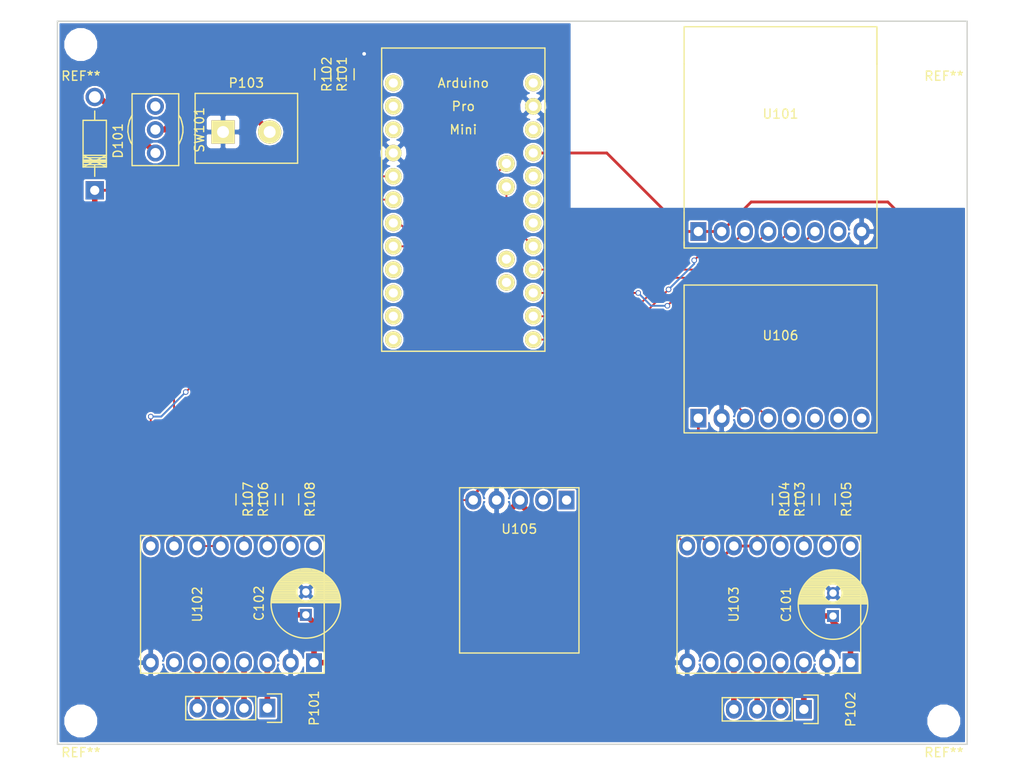
<source format=kicad_pcb>
(kicad_pcb (version 4) (host pcbnew 4.0.5)

  (general
    (links 60)
    (no_connects 0)
    (area 100.348543 38.2013 212.020658 121.35228)
    (thickness 1.6)
    (drawings 4)
    (tracks 142)
    (zones 0)
    (modules 25)
    (nets 31)
  )

  (page A4)
  (layers
    (0 F.Cu signal)
    (31 B.Cu signal)
    (32 B.Adhes user)
    (33 F.Adhes user)
    (34 B.Paste user)
    (35 F.Paste user)
    (36 B.SilkS user)
    (37 F.SilkS user)
    (38 B.Mask user)
    (39 F.Mask user)
    (40 Dwgs.User user)
    (41 Cmts.User user)
    (42 Eco1.User user)
    (43 Eco2.User user)
    (44 Edge.Cuts user)
    (45 Margin user)
    (46 B.CrtYd user)
    (47 F.CrtYd user)
    (48 B.Fab user)
    (49 F.Fab user)
  )

  (setup
    (last_trace_width 0.6096)
    (user_trace_width 0.3048)
    (user_trace_width 0.6096)
    (trace_clearance 0.2032)
    (zone_clearance 0.1524)
    (zone_45_only yes)
    (trace_min 0.1524)
    (segment_width 0.2)
    (edge_width 0.15)
    (via_size 0.6)
    (via_drill 0.4)
    (via_min_size 0.4)
    (via_min_drill 0.3)
    (uvia_size 0.3)
    (uvia_drill 0.1)
    (uvias_allowed no)
    (uvia_min_size 0.2)
    (uvia_min_drill 0.1)
    (pcb_text_width 0.3)
    (pcb_text_size 1.5 1.5)
    (mod_edge_width 0.15)
    (mod_text_size 1 1)
    (mod_text_width 0.15)
    (pad_size 1.524 1.524)
    (pad_drill 0.762)
    (pad_to_mask_clearance 0.2)
    (aux_axis_origin 0 0)
    (visible_elements FFFEFF7F)
    (pcbplotparams
      (layerselection 0x00030_80000001)
      (usegerberextensions false)
      (excludeedgelayer true)
      (linewidth 0.100000)
      (plotframeref false)
      (viasonmask false)
      (mode 1)
      (useauxorigin false)
      (hpglpennumber 1)
      (hpglpenspeed 20)
      (hpglpendiameter 15)
      (hpglpenoverlay 2)
      (psnegative false)
      (psa4output false)
      (plotreference true)
      (plotvalue true)
      (plotinvisibletext false)
      (padsonsilk false)
      (subtractmaskfromsilk false)
      (outputformat 1)
      (mirror false)
      (drillshape 1)
      (scaleselection 1)
      (outputdirectory ""))
  )

  (net 0 "")
  (net 1 GND)
  (net 2 11.75V)
  (net 3 "Net-(D101-Pad2)")
  (net 4 "Net-(P101-Pad1)")
  (net 5 "Net-(P101-Pad2)")
  (net 6 "Net-(P101-Pad3)")
  (net 7 "Net-(P101-Pad4)")
  (net 8 "Net-(P102-Pad1)")
  (net 9 "Net-(P102-Pad2)")
  (net 10 "Net-(P102-Pad3)")
  (net 11 "Net-(P102-Pad4)")
  (net 12 "Net-(P103-Pad2)")
  (net 13 /SDA)
  (net 14 /SCL)
  (net 15 "Net-(R101-Pad2)")
  (net 16 +5V)
  (net 17 "Net-(R103-Pad2)")
  (net 18 "Net-(R104-Pad1)")
  (net 19 "Net-(R105-Pad2)")
  (net 20 /CSN)
  (net 21 /SCK)
  (net 22 /MOSI)
  (net 23 /MISO)
  (net 24 /Lstep)
  (net 25 /Ldir)
  (net 26 /Rstep)
  (net 27 /Rdir)
  (net 28 "Net-(R106-Pad2)")
  (net 29 "Net-(R107-Pad1)")
  (net 30 "Net-(R108-Pad2)")

  (net_class Default "This is the default net class."
    (clearance 0.2032)
    (trace_width 0.2032)
    (via_dia 0.6)
    (via_drill 0.4)
    (uvia_dia 0.3)
    (uvia_drill 0.1)
    (add_net +5V)
    (add_net /CSN)
    (add_net /Ldir)
    (add_net /Lstep)
    (add_net /MISO)
    (add_net /MOSI)
    (add_net /Rdir)
    (add_net /Rstep)
    (add_net /SCK)
    (add_net /SCL)
    (add_net /SDA)
    (add_net 11.75V)
    (add_net GND)
    (add_net "Net-(D101-Pad2)")
    (add_net "Net-(P101-Pad1)")
    (add_net "Net-(P101-Pad2)")
    (add_net "Net-(P101-Pad3)")
    (add_net "Net-(P101-Pad4)")
    (add_net "Net-(P102-Pad1)")
    (add_net "Net-(P102-Pad2)")
    (add_net "Net-(P102-Pad3)")
    (add_net "Net-(P102-Pad4)")
    (add_net "Net-(P103-Pad2)")
    (add_net "Net-(R101-Pad2)")
    (add_net "Net-(R103-Pad2)")
    (add_net "Net-(R104-Pad1)")
    (add_net "Net-(R105-Pad2)")
    (add_net "Net-(R106-Pad2)")
    (add_net "Net-(R107-Pad1)")
    (add_net "Net-(R108-Pad2)")
  )

  (module balancingBot:mounting_hole_0.125in (layer F.Cu) (tedit 59AD72B3) (tstamp 59BD39CB)
    (at 109.22 116.84)
    (fp_text reference REF** (at 0.02032 3.43408) (layer F.SilkS)
      (effects (font (size 1 1) (thickness 0.15)))
    )
    (fp_text value mounting_hole_0.125in (at -0.0254 -4.0005) (layer F.Fab)
      (effects (font (size 1 1) (thickness 0.15)))
    )
    (pad "" np_thru_hole circle (at 0 0) (size 3.175 3.175) (drill 3.175) (layers *.Cu *.Mask))
  )

  (module balancingBot:mounting_hole_0.125in (layer F.Cu) (tedit 59AD72B3) (tstamp 59BD39BD)
    (at 203.2 116.84)
    (fp_text reference REF** (at 0.02032 3.43408) (layer F.SilkS)
      (effects (font (size 1 1) (thickness 0.15)))
    )
    (fp_text value mounting_hole_0.125in (at -0.0254 -4.0005) (layer F.Fab)
      (effects (font (size 1 1) (thickness 0.15)))
    )
    (pad "" np_thru_hole circle (at 0 0) (size 3.175 3.175) (drill 3.175) (layers *.Cu *.Mask))
  )

  (module balancingBot:mounting_hole_0.125in (layer F.Cu) (tedit 59AD72B3) (tstamp 59BD39B0)
    (at 203.2 43.18)
    (fp_text reference REF** (at 0.02032 3.43408) (layer F.SilkS)
      (effects (font (size 1 1) (thickness 0.15)))
    )
    (fp_text value mounting_hole_0.125in (at -0.0254 -4.0005) (layer F.Fab)
      (effects (font (size 1 1) (thickness 0.15)))
    )
    (pad "" np_thru_hole circle (at 0 0) (size 3.175 3.175) (drill 3.175) (layers *.Cu *.Mask))
  )

  (module balancingBot:mounting_hole_0.125in (layer F.Cu) (tedit 59AD72B3) (tstamp 59BD39AA)
    (at 109.22 43.18)
    (fp_text reference REF** (at 0.02032 3.43408) (layer F.SilkS)
      (effects (font (size 1 1) (thickness 0.15)))
    )
    (fp_text value mounting_hole_0.125in (at -0.0254 -4.0005) (layer F.Fab)
      (effects (font (size 1 1) (thickness 0.15)))
    )
    (pad "" np_thru_hole circle (at 0 0) (size 3.175 3.175) (drill 3.175) (layers *.Cu *.Mask))
  )

  (module Capacitors_THT:C_Radial_D7.5_L11.2_P2.5 (layer F.Cu) (tedit 0) (tstamp 59ADC97B)
    (at 191.135 105.41 90)
    (descr "Radial Electrolytic Capacitor Diameter 7.5mm x Length 11.2mm, Pitch 2.5mm")
    (tags "Electrolytic Capacitor")
    (path /597F365E)
    (fp_text reference C101 (at 1.25 -5.1 90) (layer F.SilkS)
      (effects (font (size 1 1) (thickness 0.15)))
    )
    (fp_text value 100u (at 1.25 5.1 90) (layer F.Fab)
      (effects (font (size 1 1) (thickness 0.15)))
    )
    (fp_line (start 1.325 -3.749) (end 1.325 3.749) (layer F.SilkS) (width 0.15))
    (fp_line (start 1.465 -3.744) (end 1.465 3.744) (layer F.SilkS) (width 0.15))
    (fp_line (start 1.605 -3.733) (end 1.605 -0.446) (layer F.SilkS) (width 0.15))
    (fp_line (start 1.605 0.446) (end 1.605 3.733) (layer F.SilkS) (width 0.15))
    (fp_line (start 1.745 -3.717) (end 1.745 -0.656) (layer F.SilkS) (width 0.15))
    (fp_line (start 1.745 0.656) (end 1.745 3.717) (layer F.SilkS) (width 0.15))
    (fp_line (start 1.885 -3.696) (end 1.885 -0.789) (layer F.SilkS) (width 0.15))
    (fp_line (start 1.885 0.789) (end 1.885 3.696) (layer F.SilkS) (width 0.15))
    (fp_line (start 2.025 -3.669) (end 2.025 -0.88) (layer F.SilkS) (width 0.15))
    (fp_line (start 2.025 0.88) (end 2.025 3.669) (layer F.SilkS) (width 0.15))
    (fp_line (start 2.165 -3.637) (end 2.165 -0.942) (layer F.SilkS) (width 0.15))
    (fp_line (start 2.165 0.942) (end 2.165 3.637) (layer F.SilkS) (width 0.15))
    (fp_line (start 2.305 -3.599) (end 2.305 -0.981) (layer F.SilkS) (width 0.15))
    (fp_line (start 2.305 0.981) (end 2.305 3.599) (layer F.SilkS) (width 0.15))
    (fp_line (start 2.445 -3.555) (end 2.445 -0.998) (layer F.SilkS) (width 0.15))
    (fp_line (start 2.445 0.998) (end 2.445 3.555) (layer F.SilkS) (width 0.15))
    (fp_line (start 2.585 -3.504) (end 2.585 -0.996) (layer F.SilkS) (width 0.15))
    (fp_line (start 2.585 0.996) (end 2.585 3.504) (layer F.SilkS) (width 0.15))
    (fp_line (start 2.725 -3.448) (end 2.725 -0.974) (layer F.SilkS) (width 0.15))
    (fp_line (start 2.725 0.974) (end 2.725 3.448) (layer F.SilkS) (width 0.15))
    (fp_line (start 2.865 -3.384) (end 2.865 -0.931) (layer F.SilkS) (width 0.15))
    (fp_line (start 2.865 0.931) (end 2.865 3.384) (layer F.SilkS) (width 0.15))
    (fp_line (start 3.005 -3.314) (end 3.005 -0.863) (layer F.SilkS) (width 0.15))
    (fp_line (start 3.005 0.863) (end 3.005 3.314) (layer F.SilkS) (width 0.15))
    (fp_line (start 3.145 -3.236) (end 3.145 -0.764) (layer F.SilkS) (width 0.15))
    (fp_line (start 3.145 0.764) (end 3.145 3.236) (layer F.SilkS) (width 0.15))
    (fp_line (start 3.285 -3.15) (end 3.285 -0.619) (layer F.SilkS) (width 0.15))
    (fp_line (start 3.285 0.619) (end 3.285 3.15) (layer F.SilkS) (width 0.15))
    (fp_line (start 3.425 -3.055) (end 3.425 -0.38) (layer F.SilkS) (width 0.15))
    (fp_line (start 3.425 0.38) (end 3.425 3.055) (layer F.SilkS) (width 0.15))
    (fp_line (start 3.565 -2.95) (end 3.565 2.95) (layer F.SilkS) (width 0.15))
    (fp_line (start 3.705 -2.835) (end 3.705 2.835) (layer F.SilkS) (width 0.15))
    (fp_line (start 3.845 -2.707) (end 3.845 2.707) (layer F.SilkS) (width 0.15))
    (fp_line (start 3.985 -2.566) (end 3.985 2.566) (layer F.SilkS) (width 0.15))
    (fp_line (start 4.125 -2.408) (end 4.125 2.408) (layer F.SilkS) (width 0.15))
    (fp_line (start 4.265 -2.23) (end 4.265 2.23) (layer F.SilkS) (width 0.15))
    (fp_line (start 4.405 -2.027) (end 4.405 2.027) (layer F.SilkS) (width 0.15))
    (fp_line (start 4.545 -1.79) (end 4.545 1.79) (layer F.SilkS) (width 0.15))
    (fp_line (start 4.685 -1.504) (end 4.685 1.504) (layer F.SilkS) (width 0.15))
    (fp_line (start 4.825 -1.132) (end 4.825 1.132) (layer F.SilkS) (width 0.15))
    (fp_line (start 4.965 -0.511) (end 4.965 0.511) (layer F.SilkS) (width 0.15))
    (fp_circle (center 2.5 0) (end 2.5 -1) (layer F.SilkS) (width 0.15))
    (fp_circle (center 1.25 0) (end 1.25 -3.7875) (layer F.SilkS) (width 0.15))
    (fp_circle (center 1.25 0) (end 1.25 -4.1) (layer F.CrtYd) (width 0.05))
    (pad 2 thru_hole circle (at 2.5 0 90) (size 1.3 1.3) (drill 0.8) (layers *.Cu *.Mask)
      (net 1 GND))
    (pad 1 thru_hole rect (at 0 0 90) (size 1.3 1.3) (drill 0.8) (layers *.Cu *.Mask)
      (net 2 11.75V))
    (model Capacitors_ThroughHole.3dshapes/C_Radial_D7.5_L11.2_P2.5.wrl
      (at (xyz 0 0 0))
      (scale (xyz 1 1 1))
      (rotate (xyz 0 0 0))
    )
  )

  (module Capacitors_THT:C_Radial_D7.5_L11.2_P2.5 (layer F.Cu) (tedit 0) (tstamp 59ADC981)
    (at 133.731 105.283 90)
    (descr "Radial Electrolytic Capacitor Diameter 7.5mm x Length 11.2mm, Pitch 2.5mm")
    (tags "Electrolytic Capacitor")
    (path /597F6244)
    (fp_text reference C102 (at 1.25 -5.1 90) (layer F.SilkS)
      (effects (font (size 1 1) (thickness 0.15)))
    )
    (fp_text value 100u (at 1.25 5.1 90) (layer F.Fab)
      (effects (font (size 1 1) (thickness 0.15)))
    )
    (fp_line (start 1.325 -3.749) (end 1.325 3.749) (layer F.SilkS) (width 0.15))
    (fp_line (start 1.465 -3.744) (end 1.465 3.744) (layer F.SilkS) (width 0.15))
    (fp_line (start 1.605 -3.733) (end 1.605 -0.446) (layer F.SilkS) (width 0.15))
    (fp_line (start 1.605 0.446) (end 1.605 3.733) (layer F.SilkS) (width 0.15))
    (fp_line (start 1.745 -3.717) (end 1.745 -0.656) (layer F.SilkS) (width 0.15))
    (fp_line (start 1.745 0.656) (end 1.745 3.717) (layer F.SilkS) (width 0.15))
    (fp_line (start 1.885 -3.696) (end 1.885 -0.789) (layer F.SilkS) (width 0.15))
    (fp_line (start 1.885 0.789) (end 1.885 3.696) (layer F.SilkS) (width 0.15))
    (fp_line (start 2.025 -3.669) (end 2.025 -0.88) (layer F.SilkS) (width 0.15))
    (fp_line (start 2.025 0.88) (end 2.025 3.669) (layer F.SilkS) (width 0.15))
    (fp_line (start 2.165 -3.637) (end 2.165 -0.942) (layer F.SilkS) (width 0.15))
    (fp_line (start 2.165 0.942) (end 2.165 3.637) (layer F.SilkS) (width 0.15))
    (fp_line (start 2.305 -3.599) (end 2.305 -0.981) (layer F.SilkS) (width 0.15))
    (fp_line (start 2.305 0.981) (end 2.305 3.599) (layer F.SilkS) (width 0.15))
    (fp_line (start 2.445 -3.555) (end 2.445 -0.998) (layer F.SilkS) (width 0.15))
    (fp_line (start 2.445 0.998) (end 2.445 3.555) (layer F.SilkS) (width 0.15))
    (fp_line (start 2.585 -3.504) (end 2.585 -0.996) (layer F.SilkS) (width 0.15))
    (fp_line (start 2.585 0.996) (end 2.585 3.504) (layer F.SilkS) (width 0.15))
    (fp_line (start 2.725 -3.448) (end 2.725 -0.974) (layer F.SilkS) (width 0.15))
    (fp_line (start 2.725 0.974) (end 2.725 3.448) (layer F.SilkS) (width 0.15))
    (fp_line (start 2.865 -3.384) (end 2.865 -0.931) (layer F.SilkS) (width 0.15))
    (fp_line (start 2.865 0.931) (end 2.865 3.384) (layer F.SilkS) (width 0.15))
    (fp_line (start 3.005 -3.314) (end 3.005 -0.863) (layer F.SilkS) (width 0.15))
    (fp_line (start 3.005 0.863) (end 3.005 3.314) (layer F.SilkS) (width 0.15))
    (fp_line (start 3.145 -3.236) (end 3.145 -0.764) (layer F.SilkS) (width 0.15))
    (fp_line (start 3.145 0.764) (end 3.145 3.236) (layer F.SilkS) (width 0.15))
    (fp_line (start 3.285 -3.15) (end 3.285 -0.619) (layer F.SilkS) (width 0.15))
    (fp_line (start 3.285 0.619) (end 3.285 3.15) (layer F.SilkS) (width 0.15))
    (fp_line (start 3.425 -3.055) (end 3.425 -0.38) (layer F.SilkS) (width 0.15))
    (fp_line (start 3.425 0.38) (end 3.425 3.055) (layer F.SilkS) (width 0.15))
    (fp_line (start 3.565 -2.95) (end 3.565 2.95) (layer F.SilkS) (width 0.15))
    (fp_line (start 3.705 -2.835) (end 3.705 2.835) (layer F.SilkS) (width 0.15))
    (fp_line (start 3.845 -2.707) (end 3.845 2.707) (layer F.SilkS) (width 0.15))
    (fp_line (start 3.985 -2.566) (end 3.985 2.566) (layer F.SilkS) (width 0.15))
    (fp_line (start 4.125 -2.408) (end 4.125 2.408) (layer F.SilkS) (width 0.15))
    (fp_line (start 4.265 -2.23) (end 4.265 2.23) (layer F.SilkS) (width 0.15))
    (fp_line (start 4.405 -2.027) (end 4.405 2.027) (layer F.SilkS) (width 0.15))
    (fp_line (start 4.545 -1.79) (end 4.545 1.79) (layer F.SilkS) (width 0.15))
    (fp_line (start 4.685 -1.504) (end 4.685 1.504) (layer F.SilkS) (width 0.15))
    (fp_line (start 4.825 -1.132) (end 4.825 1.132) (layer F.SilkS) (width 0.15))
    (fp_line (start 4.965 -0.511) (end 4.965 0.511) (layer F.SilkS) (width 0.15))
    (fp_circle (center 2.5 0) (end 2.5 -1) (layer F.SilkS) (width 0.15))
    (fp_circle (center 1.25 0) (end 1.25 -3.7875) (layer F.SilkS) (width 0.15))
    (fp_circle (center 1.25 0) (end 1.25 -4.1) (layer F.CrtYd) (width 0.05))
    (pad 2 thru_hole circle (at 2.5 0 90) (size 1.3 1.3) (drill 0.8) (layers *.Cu *.Mask)
      (net 1 GND))
    (pad 1 thru_hole rect (at 0 0 90) (size 1.3 1.3) (drill 0.8) (layers *.Cu *.Mask)
      (net 2 11.75V))
    (model Capacitors_ThroughHole.3dshapes/C_Radial_D7.5_L11.2_P2.5.wrl
      (at (xyz 0 0 0))
      (scale (xyz 1 1 1))
      (rotate (xyz 0 0 0))
    )
  )

  (module Diodes_THT:Diode_DO-41_SOD81_Horizontal_RM10 (layer F.Cu) (tedit 552FFCCE) (tstamp 59ADC987)
    (at 110.744 59.055 90)
    (descr "Diode, DO-41, SOD81, Horizontal, RM 10mm,")
    (tags "Diode, DO-41, SOD81, Horizontal, RM 10mm, 1N4007, SB140,")
    (path /5956819B)
    (fp_text reference D101 (at 5.38734 2.53746 90) (layer F.SilkS)
      (effects (font (size 1 1) (thickness 0.15)))
    )
    (fp_text value 1N4001 (at 4.37134 -3.55854 90) (layer F.Fab)
      (effects (font (size 1 1) (thickness 0.15)))
    )
    (fp_line (start 7.62 -0.00254) (end 8.636 -0.00254) (layer F.SilkS) (width 0.15))
    (fp_line (start 2.794 -0.00254) (end 1.524 -0.00254) (layer F.SilkS) (width 0.15))
    (fp_line (start 3.048 -1.27254) (end 3.048 1.26746) (layer F.SilkS) (width 0.15))
    (fp_line (start 3.302 -1.27254) (end 3.302 1.26746) (layer F.SilkS) (width 0.15))
    (fp_line (start 3.556 -1.27254) (end 3.556 1.26746) (layer F.SilkS) (width 0.15))
    (fp_line (start 2.794 -1.27254) (end 2.794 1.26746) (layer F.SilkS) (width 0.15))
    (fp_line (start 3.81 -1.27254) (end 2.54 1.26746) (layer F.SilkS) (width 0.15))
    (fp_line (start 2.54 -1.27254) (end 3.81 1.26746) (layer F.SilkS) (width 0.15))
    (fp_line (start 3.81 -1.27254) (end 3.81 1.26746) (layer F.SilkS) (width 0.15))
    (fp_line (start 3.175 -1.27254) (end 3.175 1.26746) (layer F.SilkS) (width 0.15))
    (fp_line (start 2.54 1.26746) (end 2.54 -1.27254) (layer F.SilkS) (width 0.15))
    (fp_line (start 2.54 -1.27254) (end 7.62 -1.27254) (layer F.SilkS) (width 0.15))
    (fp_line (start 7.62 -1.27254) (end 7.62 1.26746) (layer F.SilkS) (width 0.15))
    (fp_line (start 7.62 1.26746) (end 2.54 1.26746) (layer F.SilkS) (width 0.15))
    (pad 2 thru_hole circle (at 10.16 -0.00254 270) (size 1.99898 1.99898) (drill 1.27) (layers *.Cu *.Mask)
      (net 3 "Net-(D101-Pad2)"))
    (pad 1 thru_hole rect (at 0 -0.00254 270) (size 1.99898 1.99898) (drill 1.00076) (layers *.Cu *.Mask)
      (net 2 11.75V))
  )

  (module Pin_Headers:Pin_Header_Straight_1x04 (layer F.Cu) (tedit 0) (tstamp 59ADC98F)
    (at 129.54 115.443 270)
    (descr "Through hole pin header")
    (tags "pin header")
    (path /59AC8995)
    (fp_text reference P101 (at 0 -5.1 270) (layer F.SilkS)
      (effects (font (size 1 1) (thickness 0.15)))
    )
    (fp_text value CONN_01X04 (at 0 -3.1 270) (layer F.Fab)
      (effects (font (size 1 1) (thickness 0.15)))
    )
    (fp_line (start -1.75 -1.75) (end -1.75 9.4) (layer F.CrtYd) (width 0.05))
    (fp_line (start 1.75 -1.75) (end 1.75 9.4) (layer F.CrtYd) (width 0.05))
    (fp_line (start -1.75 -1.75) (end 1.75 -1.75) (layer F.CrtYd) (width 0.05))
    (fp_line (start -1.75 9.4) (end 1.75 9.4) (layer F.CrtYd) (width 0.05))
    (fp_line (start -1.27 1.27) (end -1.27 8.89) (layer F.SilkS) (width 0.15))
    (fp_line (start 1.27 1.27) (end 1.27 8.89) (layer F.SilkS) (width 0.15))
    (fp_line (start 1.55 -1.55) (end 1.55 0) (layer F.SilkS) (width 0.15))
    (fp_line (start -1.27 8.89) (end 1.27 8.89) (layer F.SilkS) (width 0.15))
    (fp_line (start 1.27 1.27) (end -1.27 1.27) (layer F.SilkS) (width 0.15))
    (fp_line (start -1.55 0) (end -1.55 -1.55) (layer F.SilkS) (width 0.15))
    (fp_line (start -1.55 -1.55) (end 1.55 -1.55) (layer F.SilkS) (width 0.15))
    (pad 1 thru_hole rect (at 0 0 270) (size 2.032 1.7272) (drill 1.016) (layers *.Cu *.Mask)
      (net 4 "Net-(P101-Pad1)"))
    (pad 2 thru_hole oval (at 0 2.54 270) (size 2.032 1.7272) (drill 1.016) (layers *.Cu *.Mask)
      (net 5 "Net-(P101-Pad2)"))
    (pad 3 thru_hole oval (at 0 5.08 270) (size 2.032 1.7272) (drill 1.016) (layers *.Cu *.Mask)
      (net 6 "Net-(P101-Pad3)"))
    (pad 4 thru_hole oval (at 0 7.62 270) (size 2.032 1.7272) (drill 1.016) (layers *.Cu *.Mask)
      (net 7 "Net-(P101-Pad4)"))
    (model Pin_Headers.3dshapes/Pin_Header_Straight_1x04.wrl
      (at (xyz 0 -0.15 0))
      (scale (xyz 1 1 1))
      (rotate (xyz 0 0 90))
    )
  )

  (module Pin_Headers:Pin_Header_Straight_1x04 (layer F.Cu) (tedit 0) (tstamp 59ADC997)
    (at 187.96 115.57 270)
    (descr "Through hole pin header")
    (tags "pin header")
    (path /59AC87C4)
    (fp_text reference P102 (at 0 -5.1 270) (layer F.SilkS)
      (effects (font (size 1 1) (thickness 0.15)))
    )
    (fp_text value CONN_01X04 (at 0 -3.1 270) (layer F.Fab)
      (effects (font (size 1 1) (thickness 0.15)))
    )
    (fp_line (start -1.75 -1.75) (end -1.75 9.4) (layer F.CrtYd) (width 0.05))
    (fp_line (start 1.75 -1.75) (end 1.75 9.4) (layer F.CrtYd) (width 0.05))
    (fp_line (start -1.75 -1.75) (end 1.75 -1.75) (layer F.CrtYd) (width 0.05))
    (fp_line (start -1.75 9.4) (end 1.75 9.4) (layer F.CrtYd) (width 0.05))
    (fp_line (start -1.27 1.27) (end -1.27 8.89) (layer F.SilkS) (width 0.15))
    (fp_line (start 1.27 1.27) (end 1.27 8.89) (layer F.SilkS) (width 0.15))
    (fp_line (start 1.55 -1.55) (end 1.55 0) (layer F.SilkS) (width 0.15))
    (fp_line (start -1.27 8.89) (end 1.27 8.89) (layer F.SilkS) (width 0.15))
    (fp_line (start 1.27 1.27) (end -1.27 1.27) (layer F.SilkS) (width 0.15))
    (fp_line (start -1.55 0) (end -1.55 -1.55) (layer F.SilkS) (width 0.15))
    (fp_line (start -1.55 -1.55) (end 1.55 -1.55) (layer F.SilkS) (width 0.15))
    (pad 1 thru_hole rect (at 0 0 270) (size 2.032 1.7272) (drill 1.016) (layers *.Cu *.Mask)
      (net 8 "Net-(P102-Pad1)"))
    (pad 2 thru_hole oval (at 0 2.54 270) (size 2.032 1.7272) (drill 1.016) (layers *.Cu *.Mask)
      (net 9 "Net-(P102-Pad2)"))
    (pad 3 thru_hole oval (at 0 5.08 270) (size 2.032 1.7272) (drill 1.016) (layers *.Cu *.Mask)
      (net 10 "Net-(P102-Pad3)"))
    (pad 4 thru_hole oval (at 0 7.62 270) (size 2.032 1.7272) (drill 1.016) (layers *.Cu *.Mask)
      (net 11 "Net-(P102-Pad4)"))
    (model Pin_Headers.3dshapes/Pin_Header_Straight_1x04.wrl
      (at (xyz 0 -0.15 0))
      (scale (xyz 1 1 1))
      (rotate (xyz 0 0 90))
    )
  )

  (module balancingBot:Terminal_Block_200_mil (layer F.Cu) (tedit 599F760D) (tstamp 59ADC99D)
    (at 127.254 52.705)
    (descr "Through hole pin header")
    (tags "pin header")
    (path /5956BDBA)
    (fp_text reference P103 (at 0 -5.334) (layer F.SilkS)
      (effects (font (size 1 1) (thickness 0.15)))
    )
    (fp_text value CONN_01X02 (at 0.02794 4.77266) (layer F.SilkS) hide
      (effects (font (size 1 1) (thickness 0.15)))
    )
    (fp_line (start -5.58 -4.2) (end -5.58 3.4) (layer F.SilkS) (width 0.15))
    (fp_line (start -5.58 3.4) (end 5.58 3.4) (layer F.SilkS) (width 0.15))
    (fp_line (start 5.58 3.4) (end 5.58 -4.2) (layer F.SilkS) (width 0.15))
    (fp_line (start 5.58 -4.2) (end -5.58 -4.2) (layer F.SilkS) (width 0.15))
    (pad 1 thru_hole rect (at -2.54 0) (size 2.54 2.54) (drill 1.30048) (layers *.Cu *.Mask F.SilkS)
      (net 1 GND))
    (pad 2 thru_hole oval (at 2.54 0) (size 2.54 2.54) (drill 1.30048) (layers *.Cu *.Mask F.SilkS)
      (net 12 "Net-(P103-Pad2)"))
    (model Pin_Headers/Pin_Header_Straight_1x02.wrl
      (at (xyz 0 0 0))
      (scale (xyz 1 1 1))
      (rotate (xyz 0 0 0))
    )
  )

  (module Resistors_SMD:R_0805_HandSoldering (layer F.Cu) (tedit 58307B90) (tstamp 59ADC9A9)
    (at 135.5725 46.4185 270)
    (descr "Resistor SMD 0805, hand soldering")
    (tags "resistor 0805")
    (path /595697E0)
    (attr smd)
    (fp_text reference R101 (at 0 -2.1 270) (layer F.SilkS)
      (effects (font (size 1 1) (thickness 0.15)))
    )
    (fp_text value 33K (at 0 2.1 270) (layer F.Fab)
      (effects (font (size 1 1) (thickness 0.15)))
    )
    (fp_line (start -1 0.625) (end -1 -0.625) (layer F.Fab) (width 0.1))
    (fp_line (start 1 0.625) (end -1 0.625) (layer F.Fab) (width 0.1))
    (fp_line (start 1 -0.625) (end 1 0.625) (layer F.Fab) (width 0.1))
    (fp_line (start -1 -0.625) (end 1 -0.625) (layer F.Fab) (width 0.1))
    (fp_line (start -2.4 -1) (end 2.4 -1) (layer F.CrtYd) (width 0.05))
    (fp_line (start -2.4 1) (end 2.4 1) (layer F.CrtYd) (width 0.05))
    (fp_line (start -2.4 -1) (end -2.4 1) (layer F.CrtYd) (width 0.05))
    (fp_line (start 2.4 -1) (end 2.4 1) (layer F.CrtYd) (width 0.05))
    (fp_line (start 0.6 0.875) (end -0.6 0.875) (layer F.SilkS) (width 0.15))
    (fp_line (start -0.6 -0.875) (end 0.6 -0.875) (layer F.SilkS) (width 0.15))
    (pad 1 smd rect (at -1.35 0 270) (size 1.5 1.3) (layers F.Cu F.Paste F.Mask)
      (net 2 11.75V))
    (pad 2 smd rect (at 1.35 0 270) (size 1.5 1.3) (layers F.Cu F.Paste F.Mask)
      (net 15 "Net-(R101-Pad2)"))
    (model Resistors_SMD.3dshapes/R_0805_HandSoldering.wrl
      (at (xyz 0 0 0))
      (scale (xyz 1 1 1))
      (rotate (xyz 0 0 0))
    )
  )

  (module Resistors_SMD:R_0805_HandSoldering (layer F.Cu) (tedit 58307B90) (tstamp 59ADC9AF)
    (at 138.1125 46.4185 90)
    (descr "Resistor SMD 0805, hand soldering")
    (tags "resistor 0805")
    (path /5956988A)
    (attr smd)
    (fp_text reference R102 (at 0 -2.1 90) (layer F.SilkS)
      (effects (font (size 1 1) (thickness 0.15)))
    )
    (fp_text value 21K5 (at 0 2.1 90) (layer F.Fab)
      (effects (font (size 1 1) (thickness 0.15)))
    )
    (fp_line (start -1 0.625) (end -1 -0.625) (layer F.Fab) (width 0.1))
    (fp_line (start 1 0.625) (end -1 0.625) (layer F.Fab) (width 0.1))
    (fp_line (start 1 -0.625) (end 1 0.625) (layer F.Fab) (width 0.1))
    (fp_line (start -1 -0.625) (end 1 -0.625) (layer F.Fab) (width 0.1))
    (fp_line (start -2.4 -1) (end 2.4 -1) (layer F.CrtYd) (width 0.05))
    (fp_line (start -2.4 1) (end 2.4 1) (layer F.CrtYd) (width 0.05))
    (fp_line (start -2.4 -1) (end -2.4 1) (layer F.CrtYd) (width 0.05))
    (fp_line (start 2.4 -1) (end 2.4 1) (layer F.CrtYd) (width 0.05))
    (fp_line (start 0.6 0.875) (end -0.6 0.875) (layer F.SilkS) (width 0.15))
    (fp_line (start -0.6 -0.875) (end 0.6 -0.875) (layer F.SilkS) (width 0.15))
    (pad 1 smd rect (at -1.35 0 90) (size 1.5 1.3) (layers F.Cu F.Paste F.Mask)
      (net 15 "Net-(R101-Pad2)"))
    (pad 2 smd rect (at 1.35 0 90) (size 1.5 1.3) (layers F.Cu F.Paste F.Mask)
      (net 1 GND))
    (model Resistors_SMD.3dshapes/R_0805_HandSoldering.wrl
      (at (xyz 0 0 0))
      (scale (xyz 1 1 1))
      (rotate (xyz 0 0 0))
    )
  )

  (module Resistors_SMD:R_0805_HandSoldering (layer F.Cu) (tedit 58307B90) (tstamp 59ADC9B5)
    (at 185.42 92.71 270)
    (descr "Resistor SMD 0805, hand soldering")
    (tags "resistor 0805")
    (path /59ADC6DB)
    (attr smd)
    (fp_text reference R103 (at 0 -2.1 270) (layer F.SilkS)
      (effects (font (size 1 1) (thickness 0.15)))
    )
    (fp_text value NOPOP (at 0 2.1 270) (layer F.Fab)
      (effects (font (size 1 1) (thickness 0.15)))
    )
    (fp_line (start -1 0.625) (end -1 -0.625) (layer F.Fab) (width 0.1))
    (fp_line (start 1 0.625) (end -1 0.625) (layer F.Fab) (width 0.1))
    (fp_line (start 1 -0.625) (end 1 0.625) (layer F.Fab) (width 0.1))
    (fp_line (start -1 -0.625) (end 1 -0.625) (layer F.Fab) (width 0.1))
    (fp_line (start -2.4 -1) (end 2.4 -1) (layer F.CrtYd) (width 0.05))
    (fp_line (start -2.4 1) (end 2.4 1) (layer F.CrtYd) (width 0.05))
    (fp_line (start -2.4 -1) (end -2.4 1) (layer F.CrtYd) (width 0.05))
    (fp_line (start 2.4 -1) (end 2.4 1) (layer F.CrtYd) (width 0.05))
    (fp_line (start 0.6 0.875) (end -0.6 0.875) (layer F.SilkS) (width 0.15))
    (fp_line (start -0.6 -0.875) (end 0.6 -0.875) (layer F.SilkS) (width 0.15))
    (pad 1 smd rect (at -1.35 0 270) (size 1.5 1.3) (layers F.Cu F.Paste F.Mask)
      (net 16 +5V))
    (pad 2 smd rect (at 1.35 0 270) (size 1.5 1.3) (layers F.Cu F.Paste F.Mask)
      (net 17 "Net-(R103-Pad2)"))
    (model Resistors_SMD.3dshapes/R_0805_HandSoldering.wrl
      (at (xyz 0 0 0))
      (scale (xyz 1 1 1))
      (rotate (xyz 0 0 0))
    )
  )

  (module Resistors_SMD:R_0805_HandSoldering (layer F.Cu) (tedit 58307B90) (tstamp 59ADC9BB)
    (at 187.96 92.71 90)
    (descr "Resistor SMD 0805, hand soldering")
    (tags "resistor 0805")
    (path /59ADC629)
    (attr smd)
    (fp_text reference R104 (at 0 -2.1 90) (layer F.SilkS)
      (effects (font (size 1 1) (thickness 0.15)))
    )
    (fp_text value 0R (at 0 2.1 90) (layer F.Fab)
      (effects (font (size 1 1) (thickness 0.15)))
    )
    (fp_line (start -1 0.625) (end -1 -0.625) (layer F.Fab) (width 0.1))
    (fp_line (start 1 0.625) (end -1 0.625) (layer F.Fab) (width 0.1))
    (fp_line (start 1 -0.625) (end 1 0.625) (layer F.Fab) (width 0.1))
    (fp_line (start -1 -0.625) (end 1 -0.625) (layer F.Fab) (width 0.1))
    (fp_line (start -2.4 -1) (end 2.4 -1) (layer F.CrtYd) (width 0.05))
    (fp_line (start -2.4 1) (end 2.4 1) (layer F.CrtYd) (width 0.05))
    (fp_line (start -2.4 -1) (end -2.4 1) (layer F.CrtYd) (width 0.05))
    (fp_line (start 2.4 -1) (end 2.4 1) (layer F.CrtYd) (width 0.05))
    (fp_line (start 0.6 0.875) (end -0.6 0.875) (layer F.SilkS) (width 0.15))
    (fp_line (start -0.6 -0.875) (end 0.6 -0.875) (layer F.SilkS) (width 0.15))
    (pad 1 smd rect (at -1.35 0 90) (size 1.5 1.3) (layers F.Cu F.Paste F.Mask)
      (net 18 "Net-(R104-Pad1)"))
    (pad 2 smd rect (at 1.35 0 90) (size 1.5 1.3) (layers F.Cu F.Paste F.Mask)
      (net 16 +5V))
    (model Resistors_SMD.3dshapes/R_0805_HandSoldering.wrl
      (at (xyz 0 0 0))
      (scale (xyz 1 1 1))
      (rotate (xyz 0 0 0))
    )
  )

  (module Resistors_SMD:R_0805_HandSoldering (layer F.Cu) (tedit 58307B90) (tstamp 59ADC9C1)
    (at 190.5 92.71 270)
    (descr "Resistor SMD 0805, hand soldering")
    (tags "resistor 0805")
    (path /59ADC7EA)
    (attr smd)
    (fp_text reference R105 (at 0 -2.1 270) (layer F.SilkS)
      (effects (font (size 1 1) (thickness 0.15)))
    )
    (fp_text value NOPOP (at 0 2.1 270) (layer F.Fab)
      (effects (font (size 1 1) (thickness 0.15)))
    )
    (fp_line (start -1 0.625) (end -1 -0.625) (layer F.Fab) (width 0.1))
    (fp_line (start 1 0.625) (end -1 0.625) (layer F.Fab) (width 0.1))
    (fp_line (start 1 -0.625) (end 1 0.625) (layer F.Fab) (width 0.1))
    (fp_line (start -1 -0.625) (end 1 -0.625) (layer F.Fab) (width 0.1))
    (fp_line (start -2.4 -1) (end 2.4 -1) (layer F.CrtYd) (width 0.05))
    (fp_line (start -2.4 1) (end 2.4 1) (layer F.CrtYd) (width 0.05))
    (fp_line (start -2.4 -1) (end -2.4 1) (layer F.CrtYd) (width 0.05))
    (fp_line (start 2.4 -1) (end 2.4 1) (layer F.CrtYd) (width 0.05))
    (fp_line (start 0.6 0.875) (end -0.6 0.875) (layer F.SilkS) (width 0.15))
    (fp_line (start -0.6 -0.875) (end 0.6 -0.875) (layer F.SilkS) (width 0.15))
    (pad 1 smd rect (at -1.35 0 270) (size 1.5 1.3) (layers F.Cu F.Paste F.Mask)
      (net 16 +5V))
    (pad 2 smd rect (at 1.35 0 270) (size 1.5 1.3) (layers F.Cu F.Paste F.Mask)
      (net 19 "Net-(R105-Pad2)"))
    (model Resistors_SMD.3dshapes/R_0805_HandSoldering.wrl
      (at (xyz 0 0 0))
      (scale (xyz 1 1 1))
      (rotate (xyz 0 0 0))
    )
  )

  (module balancingBot:SWITCH-200MSP1T1B1M2QEH (layer F.Cu) (tedit 59ADBCE6) (tstamp 59ADC9C8)
    (at 117.348 52.451 90)
    (tags "SWITCH TOGGLE")
    (path /59ADC012)
    (fp_text reference SW101 (at -0.0254 4.8006 90) (layer F.SilkS)
      (effects (font (size 1 1) (thickness 0.15)))
    )
    (fp_text value SW_SPDT (at -0.0254 -5.2578 90) (layer F.Fab)
      (effects (font (size 1 1) (thickness 0.15)))
    )
    (fp_line (start -1.6002 2.5654) (end -0.9652 2.8448) (layer F.SilkS) (width 0.15))
    (fp_line (start -0.9652 2.8448) (end -0.3048 2.9972) (layer F.SilkS) (width 0.15))
    (fp_line (start -0.3048 2.9972) (end 0.3048 2.9972) (layer F.SilkS) (width 0.15))
    (fp_line (start 0.3048 2.9972) (end 0.8636 2.8702) (layer F.SilkS) (width 0.15))
    (fp_line (start 0.8636 2.8702) (end 1.27 2.7432) (layer F.SilkS) (width 0.15))
    (fp_line (start 1.27 2.7432) (end 1.5494 2.5654) (layer F.SilkS) (width 0.15))
    (fp_line (start 1.5748 -2.54) (end 1.016 -2.8194) (layer F.SilkS) (width 0.15))
    (fp_line (start 1.016 -2.8194) (end 0.3556 -2.9718) (layer F.SilkS) (width 0.15))
    (fp_line (start 0.3556 -2.9718) (end -0.254 -2.9972) (layer F.SilkS) (width 0.15))
    (fp_line (start -0.254 -2.9972) (end -0.9144 -2.8702) (layer F.SilkS) (width 0.15))
    (fp_line (start -0.9144 -2.8702) (end -1.3716 -2.6924) (layer F.SilkS) (width 0.15))
    (fp_line (start -1.3716 -2.6924) (end -1.6002 -2.54) (layer F.SilkS) (width 0.15))
    (fp_line (start 3.9116 2.54) (end 3.9116 -2.54) (layer F.SilkS) (width 0.15))
    (fp_line (start 3.9116 -2.54) (end -3.9116 -2.54) (layer F.SilkS) (width 0.15))
    (fp_line (start -3.9116 -2.54) (end -3.9116 2.54) (layer F.SilkS) (width 0.15))
    (fp_line (start -3.9116 2.54) (end 3.9116 2.54) (layer F.SilkS) (width 0.15))
    (pad 1 thru_hole circle (at -2.54 0 90) (size 1.8542 1.8542) (drill 1.0922) (layers *.Cu *.Mask)
      (net 3 "Net-(D101-Pad2)"))
    (pad 3 thru_hole circle (at 2.54 0 90) (size 1.8542 1.8542) (drill 1.0922) (layers *.Cu *.Mask))
    (pad 2 thru_hole circle (at 0 0 90) (size 1.8542 1.8542) (drill 1.0922) (layers *.Cu *.Mask)
      (net 12 "Net-(P103-Pad2)"))
  )

  (module balancingBot:WRL-00691 (layer F.Cu) (tedit 5956A50F) (tstamp 59ADC9D4)
    (at 185.42 53.34)
    (descr Gyro/Accelerometer)
    (tags "gyro accelerometer")
    (path /5955949C)
    (fp_text reference U101 (at 0 -2.6 180) (layer F.SilkS)
      (effects (font (size 1 1) (thickness 0.15)))
    )
    (fp_text value WRL-00691 (at 0 -1.1 180) (layer F.Fab)
      (effects (font (size 1 1) (thickness 0.15)))
    )
    (fp_line (start 10.5 12) (end 10.5 7.5) (layer F.SilkS) (width 0.15))
    (fp_line (start -10.5 11.8) (end -10.5 11.3) (layer F.SilkS) (width 0.15))
    (fp_line (start -10.5 12) (end -10.5 8) (layer F.SilkS) (width 0.15))
    (fp_line (start -10.5 -8) (end -10.5 -12) (layer F.SilkS) (width 0.15))
    (fp_line (start 10.5 -12) (end 10.5 -8) (layer F.SilkS) (width 0.15))
    (fp_line (start 10.5 -8) (end 10.5 -12) (layer F.SilkS) (width 0.15))
    (fp_line (start -10.5 7.9) (end -10.5 -8.1) (layer F.SilkS) (width 0.15))
    (fp_line (start -10.5 -12.1) (end 10.5 -12.1) (layer F.SilkS) (width 0.15))
    (fp_line (start 10.5 -8.1) (end 10.5 7.9) (layer F.SilkS) (width 0.15))
    (fp_line (start 10.5 12) (end -10.5 12) (layer F.SilkS) (width 0.15))
    (fp_line (start -10.7 11.95) (end 10.6 11.95) (layer F.CrtYd) (width 0.05))
    (fp_line (start -10.7 8.45) (end 10.6 8.45) (layer F.CrtYd) (width 0.05))
    (fp_line (start -10.7 11.95) (end -10.7 8.45) (layer F.CrtYd) (width 0.05))
    (fp_line (start 10.6 11.95) (end 10.6 8.45) (layer F.CrtYd) (width 0.05))
    (pad 1 thru_hole rect (at -8.95 10.2 90) (size 2.032 1.7272) (drill 1.016) (layers *.Cu *.Mask)
      (net 16 +5V))
    (pad 2 thru_hole oval (at -6.41 10.2 90) (size 2.032 1.7272) (drill 1.016) (layers *.Cu *.Mask)
      (net 16 +5V))
    (pad 3 thru_hole oval (at -3.87 10.2 90) (size 2.032 1.7272) (drill 1.016) (layers *.Cu *.Mask)
      (net 20 /CSN))
    (pad 4 thru_hole oval (at -1.33 10.2 90) (size 2.032 1.7272) (drill 1.016) (layers *.Cu *.Mask)
      (net 21 /SCK))
    (pad 5 thru_hole oval (at 1.21 10.2 90) (size 2.032 1.7272) (drill 1.016) (layers *.Cu *.Mask)
      (net 22 /MOSI))
    (pad 6 thru_hole oval (at 3.75 10.2 90) (size 2.032 1.7272) (drill 1.016) (layers *.Cu *.Mask)
      (net 23 /MISO))
    (pad 7 thru_hole oval (at 6.29 10.2 90) (size 2.032 1.7272) (drill 1.016) (layers *.Cu *.Mask))
    (pad 8 thru_hole oval (at 8.83 10.2 90) (size 2.032 1.7272) (drill 1.016) (layers *.Cu *.Mask)
      (net 1 GND))
    (model Pin_Headers.3dshapes/Pin_Header_Straight_1x08.wrl
      (at (xyz 0 -0.35 0))
      (scale (xyz 1 1 1))
      (rotate (xyz 0 0 90))
    )
  )

  (module balancingBot:DRV8825 (layer F.Cu) (tedit 595817E0) (tstamp 59ADC9E8)
    (at 125.73 104.14 270)
    (descr "Stepper Driver")
    (tags "pin header")
    (path /5955942F)
    (fp_text reference U102 (at 0 3.81 270) (layer F.SilkS)
      (effects (font (size 1 1) (thickness 0.15)))
    )
    (fp_text value DRV8825 (at 0 -5.08 270) (layer F.Fab)
      (effects (font (size 1 1) (thickness 0.15)))
    )
    (fp_line (start 7.5 -10) (end 7.5 10) (layer F.SilkS) (width 0.15))
    (fp_line (start -7.5 -10) (end 7.5 -10) (layer F.SilkS) (width 0.15))
    (fp_line (start -7.5 10) (end 7.5 10) (layer F.SilkS) (width 0.15))
    (fp_line (start -7.5 -10) (end -7.5 10) (layer F.SilkS) (width 0.15))
    (pad 8 thru_hole oval (at 6.35 8.89 270) (size 2.032 1.7272) (drill 1.016) (layers *.Cu *.Mask)
      (net 1 GND))
    (pad 7 thru_hole oval (at 6.35 6.35 270) (size 2.032 1.7272) (drill 1.016) (layers *.Cu *.Mask))
    (pad 6 thru_hole oval (at 6.35 3.81 270) (size 2.032 1.7272) (drill 1.016) (layers *.Cu *.Mask)
      (net 7 "Net-(P101-Pad4)"))
    (pad 5 thru_hole oval (at 6.35 1.27 270) (size 2.032 1.7272) (drill 1.016) (layers *.Cu *.Mask)
      (net 6 "Net-(P101-Pad3)"))
    (pad 4 thru_hole oval (at 6.35 -1.27 270) (size 2.032 1.7272) (drill 1.016) (layers *.Cu *.Mask)
      (net 5 "Net-(P101-Pad2)"))
    (pad 3 thru_hole oval (at 6.35 -3.81 270) (size 2.032 1.7272) (drill 1.016) (layers *.Cu *.Mask)
      (net 4 "Net-(P101-Pad1)"))
    (pad 2 thru_hole oval (at 6.35 -6.35 270) (size 2.032 1.7272) (drill 1.016) (layers *.Cu *.Mask)
      (net 1 GND))
    (pad 1 thru_hole rect (at 6.35 -8.89 270) (size 2.032 1.7272) (drill 1.016) (layers *.Cu *.Mask)
      (net 2 11.75V))
    (pad 16 thru_hole oval (at -6.35 -8.89 270) (size 2.032 1.7272) (drill 1.016) (layers *.Cu *.Mask))
    (pad 15 thru_hole oval (at -6.35 -6.35 270) (size 2.032 1.7272) (drill 1.016) (layers *.Cu *.Mask)
      (net 30 "Net-(R108-Pad2)"))
    (pad 14 thru_hole oval (at -6.35 -3.81 270) (size 2.032 1.7272) (drill 1.016) (layers *.Cu *.Mask)
      (net 29 "Net-(R107-Pad1)"))
    (pad 13 thru_hole oval (at -6.35 -1.27 270) (size 2.032 1.7272) (drill 1.016) (layers *.Cu *.Mask)
      (net 28 "Net-(R106-Pad2)"))
    (pad 12 thru_hole oval (at -6.35 1.27 270) (size 2.032 1.7272) (drill 1.016) (layers *.Cu *.Mask)
      (net 16 +5V))
    (pad 11 thru_hole oval (at -6.35 3.81 270) (size 2.032 1.7272) (drill 1.016) (layers *.Cu *.Mask)
      (net 16 +5V))
    (pad 10 thru_hole oval (at -6.35 6.35 270) (size 2.032 1.7272) (drill 1.016) (layers *.Cu *.Mask)
      (net 24 /Lstep))
    (pad 9 thru_hole oval (at -6.35 8.89 270) (size 2.032 1.7272) (drill 1.016) (layers *.Cu *.Mask)
      (net 25 /Ldir))
    (model Pin_Headers.3dshapes/Pin_Header_Straight_1x08.wrl
      (at (xyz 0 -0.35 0))
      (scale (xyz 1 1 1))
      (rotate (xyz 0 0 90))
    )
  )

  (module balancingBot:DRV8825 (layer F.Cu) (tedit 595817E0) (tstamp 59ADC9FC)
    (at 184.15 104.14 270)
    (descr "Stepper Driver")
    (tags "pin header")
    (path /59559506)
    (fp_text reference U103 (at 0 3.81 270) (layer F.SilkS)
      (effects (font (size 1 1) (thickness 0.15)))
    )
    (fp_text value DRV8825 (at 0 -5.08 270) (layer F.Fab)
      (effects (font (size 1 1) (thickness 0.15)))
    )
    (fp_line (start 7.5 -10) (end 7.5 10) (layer F.SilkS) (width 0.15))
    (fp_line (start -7.5 -10) (end 7.5 -10) (layer F.SilkS) (width 0.15))
    (fp_line (start -7.5 10) (end 7.5 10) (layer F.SilkS) (width 0.15))
    (fp_line (start -7.5 -10) (end -7.5 10) (layer F.SilkS) (width 0.15))
    (pad 8 thru_hole oval (at 6.35 8.89 270) (size 2.032 1.7272) (drill 1.016) (layers *.Cu *.Mask)
      (net 1 GND))
    (pad 7 thru_hole oval (at 6.35 6.35 270) (size 2.032 1.7272) (drill 1.016) (layers *.Cu *.Mask))
    (pad 6 thru_hole oval (at 6.35 3.81 270) (size 2.032 1.7272) (drill 1.016) (layers *.Cu *.Mask)
      (net 11 "Net-(P102-Pad4)"))
    (pad 5 thru_hole oval (at 6.35 1.27 270) (size 2.032 1.7272) (drill 1.016) (layers *.Cu *.Mask)
      (net 10 "Net-(P102-Pad3)"))
    (pad 4 thru_hole oval (at 6.35 -1.27 270) (size 2.032 1.7272) (drill 1.016) (layers *.Cu *.Mask)
      (net 9 "Net-(P102-Pad2)"))
    (pad 3 thru_hole oval (at 6.35 -3.81 270) (size 2.032 1.7272) (drill 1.016) (layers *.Cu *.Mask)
      (net 8 "Net-(P102-Pad1)"))
    (pad 2 thru_hole oval (at 6.35 -6.35 270) (size 2.032 1.7272) (drill 1.016) (layers *.Cu *.Mask)
      (net 1 GND))
    (pad 1 thru_hole rect (at 6.35 -8.89 270) (size 2.032 1.7272) (drill 1.016) (layers *.Cu *.Mask)
      (net 2 11.75V))
    (pad 16 thru_hole oval (at -6.35 -8.89 270) (size 2.032 1.7272) (drill 1.016) (layers *.Cu *.Mask))
    (pad 15 thru_hole oval (at -6.35 -6.35 270) (size 2.032 1.7272) (drill 1.016) (layers *.Cu *.Mask)
      (net 19 "Net-(R105-Pad2)"))
    (pad 14 thru_hole oval (at -6.35 -3.81 270) (size 2.032 1.7272) (drill 1.016) (layers *.Cu *.Mask)
      (net 18 "Net-(R104-Pad1)"))
    (pad 13 thru_hole oval (at -6.35 -1.27 270) (size 2.032 1.7272) (drill 1.016) (layers *.Cu *.Mask)
      (net 17 "Net-(R103-Pad2)"))
    (pad 12 thru_hole oval (at -6.35 1.27 270) (size 2.032 1.7272) (drill 1.016) (layers *.Cu *.Mask)
      (net 16 +5V))
    (pad 11 thru_hole oval (at -6.35 3.81 270) (size 2.032 1.7272) (drill 1.016) (layers *.Cu *.Mask)
      (net 16 +5V))
    (pad 10 thru_hole oval (at -6.35 6.35 270) (size 2.032 1.7272) (drill 1.016) (layers *.Cu *.Mask)
      (net 26 /Rstep))
    (pad 9 thru_hole oval (at -6.35 8.89 270) (size 2.032 1.7272) (drill 1.016) (layers *.Cu *.Mask)
      (net 27 /Rdir))
    (model Pin_Headers.3dshapes/Pin_Header_Straight_1x08.wrl
      (at (xyz 0 -0.35 0))
      (scale (xyz 1 1 1))
      (rotate (xyz 0 0 90))
    )
  )

  (module balancingBot:Arduino_Pro_Mini (layer F.Cu) (tedit 54B0B99F) (tstamp 59ADCA1C)
    (at 158.496 75.311)
    (path /595593C1)
    (fp_text reference U104 (at -7.62 3.175) (layer F.SilkS) hide
      (effects (font (size 1.5 1.5) (thickness 0.15)))
    )
    (fp_text value ArduinoProMini (at -7.62 -33.02) (layer F.SilkS) hide
      (effects (font (size 1.5 1.5) (thickness 0.15)))
    )
    (fp_text user Mini (at -7.62 -22.86) (layer F.SilkS)
      (effects (font (size 1 1) (thickness 0.15)))
    )
    (fp_text user Pro (at -7.62 -25.4) (layer F.SilkS)
      (effects (font (size 1 1) (thickness 0.15)))
    )
    (fp_text user Arduino (at -7.62 -27.94) (layer F.SilkS)
      (effects (font (size 1 1) (thickness 0.15)))
    )
    (fp_line (start -16.51 1.27) (end -16.51 -31.75) (layer F.SilkS) (width 0.15))
    (fp_line (start -16.51 -31.75) (end 1.27 -31.75) (layer F.SilkS) (width 0.15))
    (fp_line (start 1.27 -31.75) (end 1.27 1.27) (layer F.SilkS) (width 0.15))
    (fp_line (start 1.27 1.27) (end -16.51 1.27) (layer F.SilkS) (width 0.15))
    (pad 34 thru_hole circle (at -2.921 -8.763) (size 1.8 1.8) (drill 1) (layers *.Cu *.Mask F.SilkS))
    (pad 33 thru_hole circle (at -2.921 -6.223) (size 1.8 1.8) (drill 1) (layers *.Cu *.Mask F.SilkS))
    (pad 31 thru_hole circle (at -2.921 -16.637) (size 1.8 1.8) (drill 1) (layers *.Cu *.Mask F.SilkS)
      (net 13 /SDA))
    (pad 32 thru_hole circle (at -2.921 -19.177) (size 1.8 1.8) (drill 1) (layers *.Cu *.Mask F.SilkS)
      (net 14 /SCL))
    (pad 13 thru_hole circle (at 0 0) (size 1.8 1.8) (drill 1) (layers *.Cu *.Mask F.SilkS)
      (net 20 /CSN))
    (pad 14 thru_hole circle (at 0 -2.54) (size 1.8 1.8) (drill 1) (layers *.Cu *.Mask F.SilkS)
      (net 22 /MOSI))
    (pad 16 thru_hole circle (at 0 -7.62) (size 1.8 1.8) (drill 1) (layers *.Cu *.Mask F.SilkS)
      (net 21 /SCK))
    (pad 15 thru_hole circle (at 0 -5.08) (size 1.8 1.8) (drill 1) (layers *.Cu *.Mask F.SilkS)
      (net 23 /MISO))
    (pad 19 thru_hole circle (at 0 -15.24) (size 1.8 1.8) (drill 1) (layers *.Cu *.Mask F.SilkS))
    (pad 20 thru_hole circle (at 0 -17.78) (size 1.8 1.8) (drill 1) (layers *.Cu *.Mask F.SilkS))
    (pad 18 thru_hole circle (at 0 -12.7) (size 1.8 1.8) (drill 1) (layers *.Cu *.Mask F.SilkS))
    (pad 17 thru_hole circle (at 0 -10.16) (size 1.8 1.8) (drill 1) (layers *.Cu *.Mask F.SilkS)
      (net 15 "Net-(R101-Pad2)"))
    (pad 21 thru_hole circle (at 0 -20.32) (size 1.8 1.8) (drill 1) (layers *.Cu *.Mask F.SilkS)
      (net 16 +5V))
    (pad 22 thru_hole circle (at 0 -22.86) (size 1.8 1.8) (drill 1) (layers *.Cu *.Mask F.SilkS))
    (pad 24 thru_hole circle (at 0 -27.94) (size 1.8 1.8) (drill 1) (layers *.Cu *.Mask F.SilkS))
    (pad 23 thru_hole circle (at 0 -25.4) (size 1.8 1.8) (drill 1) (layers *.Cu *.Mask F.SilkS)
      (net 1 GND))
    (pad 2 thru_hole circle (at -15.24 -25.4) (size 1.8 1.8) (drill 1) (layers *.Cu *.Mask F.SilkS))
    (pad 1 thru_hole circle (at -15.24 -27.94) (size 1.8 1.8) (drill 1) (layers *.Cu *.Mask F.SilkS))
    (pad 3 thru_hole circle (at -15.24 -22.86) (size 1.8 1.8) (drill 1) (layers *.Cu *.Mask F.SilkS))
    (pad 4 thru_hole circle (at -15.24 -20.32) (size 1.8 1.8) (drill 1) (layers *.Cu *.Mask F.SilkS)
      (net 1 GND))
    (pad 8 thru_hole circle (at -15.24 -10.16) (size 1.8 1.8) (drill 1) (layers *.Cu *.Mask F.SilkS)
      (net 27 /Rdir))
    (pad 7 thru_hole circle (at -15.24 -12.7) (size 1.8 1.8) (drill 1) (layers *.Cu *.Mask F.SilkS)
      (net 26 /Rstep))
    (pad 5 thru_hole circle (at -15.24 -17.78) (size 1.8 1.8) (drill 1) (layers *.Cu *.Mask F.SilkS)
      (net 24 /Lstep))
    (pad 6 thru_hole circle (at -15.24 -15.24) (size 1.8 1.8) (drill 1) (layers *.Cu *.Mask F.SilkS)
      (net 25 /Ldir))
    (pad 10 thru_hole circle (at -15.24 -5.08) (size 1.8 1.8) (drill 1) (layers *.Cu *.Mask F.SilkS))
    (pad 9 thru_hole circle (at -15.24 -7.62) (size 1.8 1.8) (drill 1) (layers *.Cu *.Mask F.SilkS))
    (pad 11 thru_hole circle (at -15.24 -2.54) (size 1.8 1.8) (drill 1) (layers *.Cu *.Mask F.SilkS))
    (pad 12 thru_hole circle (at -15.24 0) (size 1.8 1.8) (drill 1) (layers *.Cu *.Mask F.SilkS))
  )

  (module balancingBot:D24V10F5 (layer F.Cu) (tedit 59581125) (tstamp 59ADCA25)
    (at 156.972 91.44 180)
    (descr "Power Supply")
    (tags "pin header")
    (path /5955A3EE)
    (fp_text reference U105 (at 0 -4.5 180) (layer F.SilkS)
      (effects (font (size 1 1) (thickness 0.15)))
    )
    (fp_text value D24V10F5 (at 0 -11 180) (layer F.Fab)
      (effects (font (size 1 1) (thickness 0.15)))
    )
    (fp_line (start -6.5 -18) (end -6.5 0) (layer F.SilkS) (width 0.15))
    (fp_line (start 6.5 -18) (end 6.5 0) (layer F.SilkS) (width 0.15))
    (fp_line (start 6.5 -18) (end -6.5 -18) (layer F.SilkS) (width 0.15))
    (fp_line (start -6.5 0) (end 6.5 0) (layer F.SilkS) (width 0.15))
    (pad 1 thru_hole rect (at -5.15 -1.35 270) (size 2.032 1.7272) (drill 1.016) (layers *.Cu *.Mask))
    (pad 2 thru_hole oval (at -2.61 -1.35 270) (size 2.032 1.7272) (drill 1.016) (layers *.Cu *.Mask))
    (pad 3 thru_hole oval (at -0.07 -1.35 270) (size 2.032 1.7272) (drill 1.016) (layers *.Cu *.Mask)
      (net 2 11.75V))
    (pad 4 thru_hole oval (at 2.47 -1.35 270) (size 2.032 1.7272) (drill 1.016) (layers *.Cu *.Mask)
      (net 1 GND))
    (pad 5 thru_hole oval (at 5.01 -1.35 270) (size 2.032 1.7272) (drill 1.016) (layers *.Cu *.Mask)
      (net 16 +5V))
    (model Pin_Headers.3dshapes/Pin_Header_Straight_1x05.wrl
      (at (xyz 0 -0.2 0))
      (scale (xyz 1 1 1))
      (rotate (xyz 0 0 90))
    )
  )

  (module balancingBot:GY-521 (layer F.Cu) (tedit 59569F8F) (tstamp 59ADCA31)
    (at 185.42 77.47)
    (descr Gyro/Accelerometer)
    (tags "gyro accelerometer")
    (path /59559464)
    (fp_text reference U106 (at 0 -2.6 180) (layer F.SilkS)
      (effects (font (size 1 1) (thickness 0.15)))
    )
    (fp_text value GY-521 (at 0 -1.1 180) (layer F.Fab)
      (effects (font (size 1 1) (thickness 0.15)))
    )
    (fp_line (start -10.5 7.9) (end -10.5 -8.1) (layer F.SilkS) (width 0.15))
    (fp_line (start -10.5 -8.1) (end 10.5 -8.1) (layer F.SilkS) (width 0.15))
    (fp_line (start 10.5 -8.1) (end 10.5 7.9) (layer F.SilkS) (width 0.15))
    (fp_line (start 10.5 8) (end -10.5 8) (layer F.SilkS) (width 0.15))
    (fp_line (start -10.7 8.15) (end 10.6 8.15) (layer F.CrtYd) (width 0.05))
    (fp_line (start -10.7 4.65) (end 10.6 4.65) (layer F.CrtYd) (width 0.05))
    (fp_line (start -10.7 8.15) (end -10.7 4.65) (layer F.CrtYd) (width 0.05))
    (fp_line (start 10.6 8.15) (end 10.6 4.65) (layer F.CrtYd) (width 0.05))
    (pad 1 thru_hole rect (at -8.95 6.4 90) (size 2.032 1.7272) (drill 1.016) (layers *.Cu *.Mask)
      (net 16 +5V))
    (pad 2 thru_hole oval (at -6.41 6.4 90) (size 2.032 1.7272) (drill 1.016) (layers *.Cu *.Mask)
      (net 1 GND))
    (pad 3 thru_hole oval (at -3.87 6.4 90) (size 2.032 1.7272) (drill 1.016) (layers *.Cu *.Mask)
      (net 14 /SCL))
    (pad 4 thru_hole oval (at -1.33 6.4 90) (size 2.032 1.7272) (drill 1.016) (layers *.Cu *.Mask)
      (net 13 /SDA))
    (pad 5 thru_hole oval (at 1.21 6.4 90) (size 2.032 1.7272) (drill 1.016) (layers *.Cu *.Mask))
    (pad 6 thru_hole oval (at 3.75 6.4 90) (size 2.032 1.7272) (drill 1.016) (layers *.Cu *.Mask))
    (pad 7 thru_hole oval (at 6.29 6.4 90) (size 2.032 1.7272) (drill 1.016) (layers *.Cu *.Mask))
    (pad 8 thru_hole oval (at 8.83 6.4 90) (size 2.032 1.7272) (drill 1.016) (layers *.Cu *.Mask))
    (model Pin_Headers.3dshapes/Pin_Header_Straight_1x08.wrl
      (at (xyz 0 -0.35 0))
      (scale (xyz 1 1 1))
      (rotate (xyz 0 0 90))
    )
  )

  (module Resistors_SMD:R_0805_HandSoldering (layer F.Cu) (tedit 58307B90) (tstamp 59ADCC46)
    (at 127 92.71 270)
    (descr "Resistor SMD 0805, hand soldering")
    (tags "resistor 0805")
    (path /59ADD141)
    (attr smd)
    (fp_text reference R106 (at 0 -2.1 270) (layer F.SilkS)
      (effects (font (size 1 1) (thickness 0.15)))
    )
    (fp_text value NOPOP (at 0 2.1 270) (layer F.Fab)
      (effects (font (size 1 1) (thickness 0.15)))
    )
    (fp_line (start -1 0.625) (end -1 -0.625) (layer F.Fab) (width 0.1))
    (fp_line (start 1 0.625) (end -1 0.625) (layer F.Fab) (width 0.1))
    (fp_line (start 1 -0.625) (end 1 0.625) (layer F.Fab) (width 0.1))
    (fp_line (start -1 -0.625) (end 1 -0.625) (layer F.Fab) (width 0.1))
    (fp_line (start -2.4 -1) (end 2.4 -1) (layer F.CrtYd) (width 0.05))
    (fp_line (start -2.4 1) (end 2.4 1) (layer F.CrtYd) (width 0.05))
    (fp_line (start -2.4 -1) (end -2.4 1) (layer F.CrtYd) (width 0.05))
    (fp_line (start 2.4 -1) (end 2.4 1) (layer F.CrtYd) (width 0.05))
    (fp_line (start 0.6 0.875) (end -0.6 0.875) (layer F.SilkS) (width 0.15))
    (fp_line (start -0.6 -0.875) (end 0.6 -0.875) (layer F.SilkS) (width 0.15))
    (pad 1 smd rect (at -1.35 0 270) (size 1.5 1.3) (layers F.Cu F.Paste F.Mask)
      (net 16 +5V))
    (pad 2 smd rect (at 1.35 0 270) (size 1.5 1.3) (layers F.Cu F.Paste F.Mask)
      (net 28 "Net-(R106-Pad2)"))
    (model Resistors_SMD.3dshapes/R_0805_HandSoldering.wrl
      (at (xyz 0 0 0))
      (scale (xyz 1 1 1))
      (rotate (xyz 0 0 0))
    )
  )

  (module Resistors_SMD:R_0805_HandSoldering (layer F.Cu) (tedit 58307B90) (tstamp 59ADCC4C)
    (at 129.54 92.71 90)
    (descr "Resistor SMD 0805, hand soldering")
    (tags "resistor 0805")
    (path /59ADD13B)
    (attr smd)
    (fp_text reference R107 (at 0 -2.1 90) (layer F.SilkS)
      (effects (font (size 1 1) (thickness 0.15)))
    )
    (fp_text value 0R (at 0 2.1 90) (layer F.Fab)
      (effects (font (size 1 1) (thickness 0.15)))
    )
    (fp_line (start -1 0.625) (end -1 -0.625) (layer F.Fab) (width 0.1))
    (fp_line (start 1 0.625) (end -1 0.625) (layer F.Fab) (width 0.1))
    (fp_line (start 1 -0.625) (end 1 0.625) (layer F.Fab) (width 0.1))
    (fp_line (start -1 -0.625) (end 1 -0.625) (layer F.Fab) (width 0.1))
    (fp_line (start -2.4 -1) (end 2.4 -1) (layer F.CrtYd) (width 0.05))
    (fp_line (start -2.4 1) (end 2.4 1) (layer F.CrtYd) (width 0.05))
    (fp_line (start -2.4 -1) (end -2.4 1) (layer F.CrtYd) (width 0.05))
    (fp_line (start 2.4 -1) (end 2.4 1) (layer F.CrtYd) (width 0.05))
    (fp_line (start 0.6 0.875) (end -0.6 0.875) (layer F.SilkS) (width 0.15))
    (fp_line (start -0.6 -0.875) (end 0.6 -0.875) (layer F.SilkS) (width 0.15))
    (pad 1 smd rect (at -1.35 0 90) (size 1.5 1.3) (layers F.Cu F.Paste F.Mask)
      (net 29 "Net-(R107-Pad1)"))
    (pad 2 smd rect (at 1.35 0 90) (size 1.5 1.3) (layers F.Cu F.Paste F.Mask)
      (net 16 +5V))
    (model Resistors_SMD.3dshapes/R_0805_HandSoldering.wrl
      (at (xyz 0 0 0))
      (scale (xyz 1 1 1))
      (rotate (xyz 0 0 0))
    )
  )

  (module Resistors_SMD:R_0805_HandSoldering (layer F.Cu) (tedit 58307B90) (tstamp 59ADCC52)
    (at 132.08 92.71 270)
    (descr "Resistor SMD 0805, hand soldering")
    (tags "resistor 0805")
    (path /59ADD147)
    (attr smd)
    (fp_text reference R108 (at 0 -2.1 270) (layer F.SilkS)
      (effects (font (size 1 1) (thickness 0.15)))
    )
    (fp_text value NOPOP (at 0 2.1 270) (layer F.Fab)
      (effects (font (size 1 1) (thickness 0.15)))
    )
    (fp_line (start -1 0.625) (end -1 -0.625) (layer F.Fab) (width 0.1))
    (fp_line (start 1 0.625) (end -1 0.625) (layer F.Fab) (width 0.1))
    (fp_line (start 1 -0.625) (end 1 0.625) (layer F.Fab) (width 0.1))
    (fp_line (start -1 -0.625) (end 1 -0.625) (layer F.Fab) (width 0.1))
    (fp_line (start -2.4 -1) (end 2.4 -1) (layer F.CrtYd) (width 0.05))
    (fp_line (start -2.4 1) (end 2.4 1) (layer F.CrtYd) (width 0.05))
    (fp_line (start -2.4 -1) (end -2.4 1) (layer F.CrtYd) (width 0.05))
    (fp_line (start 2.4 -1) (end 2.4 1) (layer F.CrtYd) (width 0.05))
    (fp_line (start 0.6 0.875) (end -0.6 0.875) (layer F.SilkS) (width 0.15))
    (fp_line (start -0.6 -0.875) (end 0.6 -0.875) (layer F.SilkS) (width 0.15))
    (pad 1 smd rect (at -1.35 0 270) (size 1.5 1.3) (layers F.Cu F.Paste F.Mask)
      (net 16 +5V))
    (pad 2 smd rect (at 1.35 0 270) (size 1.5 1.3) (layers F.Cu F.Paste F.Mask)
      (net 30 "Net-(R108-Pad2)"))
    (model Resistors_SMD.3dshapes/R_0805_HandSoldering.wrl
      (at (xyz 0 0 0))
      (scale (xyz 1 1 1))
      (rotate (xyz 0 0 0))
    )
  )

  (gr_line (start 106.68 40.64) (end 106.68 119.38) (angle 90) (layer Edge.Cuts) (width 0.15))
  (gr_line (start 205.74 40.64) (end 106.68 40.64) (angle 90) (layer Edge.Cuts) (width 0.15))
  (gr_line (start 205.74 119.38) (end 205.74 40.64) (angle 90) (layer Edge.Cuts) (width 0.15))
  (gr_line (start 106.68 119.38) (end 205.74 119.38) (angle 90) (layer Edge.Cuts) (width 0.15))

  (segment (start 138.1125 45.0685) (end 139.2085 45.0685) (width 0.2032) (layer F.Cu) (net 1))
  (via (at 140.081 44.196) (size 0.6) (drill 0.4) (layers F.Cu B.Cu) (net 1))
  (segment (start 139.2085 45.0685) (end 140.081 44.196) (width 0.2032) (layer F.Cu) (net 1) (tstamp 59ADD962))
  (segment (start 110.74146 59.055) (end 110.74146 102.99446) (width 0.6096) (layer F.Cu) (net 2))
  (segment (start 113.03 105.283) (end 133.731 105.283) (width 0.6096) (layer F.Cu) (net 2) (tstamp 59ADDD65))
  (segment (start 110.74146 102.99446) (end 113.03 105.283) (width 0.6096) (layer F.Cu) (net 2) (tstamp 59ADDD60))
  (segment (start 110.74146 59.055) (end 131.572 59.055) (width 0.3048) (layer F.Cu) (net 2))
  (segment (start 133.604 47.037) (end 135.5725 45.0685) (width 0.3048) (layer F.Cu) (net 2) (tstamp 59ADDD20))
  (segment (start 133.604 57.023) (end 133.604 47.037) (width 0.3048) (layer F.Cu) (net 2) (tstamp 59ADDD1C))
  (segment (start 131.572 59.055) (end 133.604 57.023) (width 0.3048) (layer F.Cu) (net 2) (tstamp 59ADDD15))
  (segment (start 110.74146 59.055) (end 109.982 59.055) (width 0.2032) (layer F.Cu) (net 2))
  (segment (start 191.135 105.41) (end 191.135 106.045) (width 0.6096) (layer F.Cu) (net 2))
  (segment (start 191.135 106.045) (end 193.04 107.95) (width 0.6096) (layer F.Cu) (net 2) (tstamp 59ADD801))
  (segment (start 193.04 107.95) (end 193.04 110.49) (width 0.6096) (layer F.Cu) (net 2) (tstamp 59ADD802))
  (segment (start 157.042 92.79) (end 157.042 93.161) (width 0.6096) (layer F.Cu) (net 2))
  (segment (start 157.042 93.161) (end 169.291 105.41) (width 0.6096) (layer F.Cu) (net 2) (tstamp 59ADD7FC))
  (segment (start 169.291 105.41) (end 191.135 105.41) (width 0.6096) (layer F.Cu) (net 2) (tstamp 59ADD7FD))
  (segment (start 134.62 110.49) (end 139.342 110.49) (width 0.6096) (layer F.Cu) (net 2))
  (segment (start 139.342 110.49) (end 157.042 92.79) (width 0.6096) (layer F.Cu) (net 2) (tstamp 59ADD793))
  (segment (start 133.731 105.283) (end 134.62 106.172) (width 0.6096) (layer F.Cu) (net 2) (tstamp 59ADD78F))
  (segment (start 134.62 106.172) (end 134.62 110.49) (width 0.6096) (layer F.Cu) (net 2) (tstamp 59ADD790))
  (segment (start 110.74146 48.895) (end 111.252 48.895) (width 0.6096) (layer F.Cu) (net 3))
  (segment (start 111.252 48.895) (end 117.348 54.991) (width 0.6096) (layer F.Cu) (net 3) (tstamp 59ADDDB3))
  (segment (start 129.54 110.49) (end 129.54 115.443) (width 0.6096) (layer F.Cu) (net 4))
  (segment (start 127 110.49) (end 127 115.443) (width 0.6096) (layer F.Cu) (net 5))
  (segment (start 124.46 110.49) (end 124.46 115.443) (width 0.6096) (layer F.Cu) (net 6))
  (segment (start 121.92 110.49) (end 121.92 115.443) (width 0.6096) (layer F.Cu) (net 7))
  (segment (start 187.96 115.57) (end 187.96 110.49) (width 0.6096) (layer F.Cu) (net 8))
  (segment (start 185.42 115.57) (end 185.42 110.49) (width 0.6096) (layer F.Cu) (net 9))
  (segment (start 182.88 115.57) (end 182.88 110.49) (width 0.6096) (layer F.Cu) (net 10))
  (segment (start 180.34 115.57) (end 180.34 110.49) (width 0.6096) (layer F.Cu) (net 11))
  (segment (start 117.348 52.451) (end 118.364 52.451) (width 0.6096) (layer F.Cu) (net 12))
  (segment (start 126.111 49.022) (end 129.794 52.705) (width 0.6096) (layer F.Cu) (net 12) (tstamp 59ADDDB9))
  (segment (start 121.793 49.022) (end 126.111 49.022) (width 0.6096) (layer F.Cu) (net 12) (tstamp 59ADDDB7))
  (segment (start 118.364 52.451) (end 121.793 49.022) (width 0.6096) (layer F.Cu) (net 12) (tstamp 59ADDDB6))
  (segment (start 155.575 58.674) (end 155.575 63.754) (width 0.2032) (layer F.Cu) (net 13))
  (segment (start 179.849 79.629) (end 184.09 83.87) (width 0.2032) (layer F.Cu) (net 13) (tstamp 59ADDB11))
  (segment (start 160.401 79.629) (end 179.849 79.629) (width 0.2032) (layer F.Cu) (net 13) (tstamp 59ADDB06))
  (segment (start 153.924 73.152) (end 160.401 79.629) (width 0.2032) (layer F.Cu) (net 13) (tstamp 59ADDB02))
  (segment (start 153.924 65.405) (end 153.924 73.152) (width 0.2032) (layer F.Cu) (net 13) (tstamp 59ADDAFF))
  (segment (start 155.575 63.754) (end 153.924 65.405) (width 0.2032) (layer F.Cu) (net 13) (tstamp 59ADDAFB))
  (segment (start 155.575 56.134) (end 152.781 58.928) (width 0.2032) (layer F.Cu) (net 14))
  (segment (start 179.197 81.026) (end 181.55 83.379) (width 0.2032) (layer F.Cu) (net 14) (tstamp 59ADDB20))
  (segment (start 159.639 81.026) (end 179.197 81.026) (width 0.2032) (layer F.Cu) (net 14) (tstamp 59ADDB1C))
  (segment (start 152.781 74.168) (end 159.639 81.026) (width 0.2032) (layer F.Cu) (net 14) (tstamp 59ADDB17))
  (segment (start 152.781 58.928) (end 152.781 74.168) (width 0.2032) (layer F.Cu) (net 14) (tstamp 59ADDB15))
  (segment (start 181.55 83.379) (end 181.55 83.87) (width 0.2032) (layer F.Cu) (net 14) (tstamp 59ADDB22))
  (segment (start 138.1125 47.7685) (end 139.3025 47.7685) (width 0.2032) (layer F.Cu) (net 15))
  (segment (start 156.972 63.627) (end 158.496 65.151) (width 0.2032) (layer F.Cu) (net 15) (tstamp 59ADDAF0))
  (segment (start 156.972 49.022) (end 156.972 63.627) (width 0.2032) (layer F.Cu) (net 15) (tstamp 59ADDAE3))
  (segment (start 152.781 44.831) (end 156.972 49.022) (width 0.2032) (layer F.Cu) (net 15) (tstamp 59ADDADE))
  (segment (start 142.24 44.831) (end 152.781 44.831) (width 0.2032) (layer F.Cu) (net 15) (tstamp 59ADDADC))
  (segment (start 139.3025 47.7685) (end 142.24 44.831) (width 0.2032) (layer F.Cu) (net 15) (tstamp 59ADDADA))
  (segment (start 135.5725 47.7685) (end 138.1125 47.7685) (width 0.2032) (layer F.Cu) (net 15))
  (segment (start 176.47 63.54) (end 175.046 63.54) (width 0.3048) (layer F.Cu) (net 16))
  (segment (start 166.497 54.991) (end 158.496 54.991) (width 0.3048) (layer F.Cu) (net 16) (tstamp 59ADDAB4))
  (segment (start 175.046 63.54) (end 166.497 54.991) (width 0.3048) (layer F.Cu) (net 16) (tstamp 59ADDAB1))
  (segment (start 176.47 63.54) (end 179.01 63.54) (width 0.3048) (layer F.Cu) (net 16))
  (segment (start 190.5 91.36) (end 193.247 91.36) (width 0.3048) (layer F.Cu) (net 16))
  (segment (start 182.225 60.325) (end 179.01 63.54) (width 0.3048) (layer F.Cu) (net 16) (tstamp 59ADDAA6))
  (segment (start 197.104 60.325) (end 182.225 60.325) (width 0.3048) (layer F.Cu) (net 16) (tstamp 59ADDAA0))
  (segment (start 199.771 62.992) (end 197.104 60.325) (width 0.3048) (layer F.Cu) (net 16) (tstamp 59ADDA9E))
  (segment (start 199.771 84.836) (end 199.771 62.992) (width 0.3048) (layer F.Cu) (net 16) (tstamp 59ADDA98))
  (segment (start 193.247 91.36) (end 199.771 84.836) (width 0.3048) (layer F.Cu) (net 16) (tstamp 59ADDA96))
  (segment (start 176.47 83.87) (end 176.47 85.665) (width 0.3048) (layer F.Cu) (net 16))
  (segment (start 182.96 88.9) (end 185.42 91.36) (width 0.3048) (layer F.Cu) (net 16) (tstamp 59ADD9F9))
  (segment (start 179.705 88.9) (end 182.96 88.9) (width 0.3048) (layer F.Cu) (net 16) (tstamp 59ADD9F7))
  (segment (start 176.47 85.665) (end 179.705 88.9) (width 0.3048) (layer F.Cu) (net 16) (tstamp 59ADD9F3))
  (segment (start 185.42 91.36) (end 187.96 91.36) (width 0.3048) (layer F.Cu) (net 16))
  (segment (start 187.96 91.36) (end 190.5 91.36) (width 0.3048) (layer F.Cu) (net 16) (tstamp 59ADD9D3))
  (segment (start 182.88 97.79) (end 182.88 92.329) (width 0.3048) (layer F.Cu) (net 16))
  (segment (start 183.849 91.36) (end 185.42 91.36) (width 0.3048) (layer F.Cu) (net 16) (tstamp 59ADD9D0))
  (segment (start 182.88 92.329) (end 183.849 91.36) (width 0.3048) (layer F.Cu) (net 16) (tstamp 59ADD9CF))
  (segment (start 180.34 97.79) (end 182.88 97.79) (width 0.3048) (layer F.Cu) (net 16))
  (segment (start 151.962 92.79) (end 151.962 92.259) (width 0.3048) (layer F.Cu) (net 16))
  (segment (start 151.962 92.259) (end 153.543 90.678) (width 0.3048) (layer F.Cu) (net 16) (tstamp 59ADD9B7))
  (segment (start 177.419 100.711) (end 180.34 97.79) (width 0.3048) (layer F.Cu) (net 16) (tstamp 59ADD9C1))
  (segment (start 173.863 100.711) (end 177.419 100.711) (width 0.3048) (layer F.Cu) (net 16) (tstamp 59ADD9BD))
  (segment (start 163.83 90.678) (end 173.863 100.711) (width 0.3048) (layer F.Cu) (net 16) (tstamp 59ADD9BB))
  (segment (start 153.543 90.678) (end 163.83 90.678) (width 0.3048) (layer F.Cu) (net 16) (tstamp 59ADD9B8))
  (segment (start 127 91.36) (end 125.937 91.36) (width 0.2032) (layer F.Cu) (net 16))
  (segment (start 124.46 92.837) (end 124.46 97.79) (width 0.2032) (layer F.Cu) (net 16) (tstamp 59ADD899))
  (segment (start 125.937 91.36) (end 124.46 92.837) (width 0.2032) (layer F.Cu) (net 16) (tstamp 59ADD898))
  (segment (start 124.46 97.79) (end 121.92 97.79) (width 0.2032) (layer F.Cu) (net 16) (tstamp 59ADD89C))
  (segment (start 132.08 91.36) (end 129.54 91.36) (width 0.2032) (layer F.Cu) (net 16))
  (segment (start 129.54 91.36) (end 127 91.36) (width 0.2032) (layer F.Cu) (net 16) (tstamp 59ADD88D))
  (segment (start 151.962 92.79) (end 139.907 92.79) (width 0.2032) (layer F.Cu) (net 16))
  (segment (start 138.477 91.36) (end 132.08 91.36) (width 0.2032) (layer F.Cu) (net 16) (tstamp 59ADD889))
  (segment (start 139.907 92.79) (end 138.477 91.36) (width 0.2032) (layer F.Cu) (net 16) (tstamp 59ADD887))
  (segment (start 185.42 97.79) (end 185.42 94.06) (width 0.2032) (layer F.Cu) (net 17))
  (segment (start 187.96 97.79) (end 187.96 94.06) (width 0.2032) (layer F.Cu) (net 18))
  (segment (start 190.5 97.79) (end 190.5 94.06) (width 0.2032) (layer F.Cu) (net 19))
  (segment (start 158.496 75.311) (end 167.767 75.311) (width 0.2032) (layer F.Cu) (net 20))
  (segment (start 178.923 66.167) (end 181.55 63.54) (width 0.2032) (layer F.Cu) (net 20) (tstamp 59ADDB8E))
  (segment (start 176.53 66.167) (end 178.923 66.167) (width 0.2032) (layer F.Cu) (net 20) (tstamp 59ADDB8D))
  (segment (start 176.022 66.675) (end 176.53 66.167) (width 0.2032) (layer F.Cu) (net 20) (tstamp 59ADDB8C))
  (via (at 176.022 66.675) (size 0.6) (drill 0.4) (layers F.Cu B.Cu) (net 20))
  (segment (start 176.022 67.056) (end 176.022 66.675) (width 0.2032) (layer B.Cu) (net 20) (tstamp 59ADDB8A))
  (segment (start 173.228 69.85) (end 176.022 67.056) (width 0.2032) (layer B.Cu) (net 20) (tstamp 59ADDB89))
  (via (at 173.228 69.85) (size 0.6) (drill 0.4) (layers F.Cu B.Cu) (net 20))
  (segment (start 167.767 75.311) (end 173.228 69.85) (width 0.2032) (layer F.Cu) (net 20) (tstamp 59ADDB82))
  (segment (start 158.496 67.691) (end 179.939 67.691) (width 0.2032) (layer F.Cu) (net 21))
  (segment (start 179.939 67.691) (end 184.09 63.54) (width 0.2032) (layer F.Cu) (net 21) (tstamp 59ADDB3E))
  (segment (start 158.496 72.771) (end 168.783 72.771) (width 0.2032) (layer F.Cu) (net 22))
  (segment (start 181.356 68.58) (end 186.396 63.54) (width 0.2032) (layer F.Cu) (net 22) (tstamp 59ADDBAC))
  (segment (start 172.974 68.58) (end 181.356 68.58) (width 0.2032) (layer F.Cu) (net 22) (tstamp 59ADDBA7))
  (segment (start 168.783 72.771) (end 172.974 68.58) (width 0.2032) (layer F.Cu) (net 22) (tstamp 59ADDBA4))
  (segment (start 186.396 63.54) (end 186.63 63.54) (width 0.2032) (layer F.Cu) (net 22) (tstamp 59ADDBAE))
  (segment (start 158.496 70.231) (end 169.926 70.231) (width 0.2032) (layer F.Cu) (net 23))
  (segment (start 182.225 70.485) (end 189.17 63.54) (width 0.2032) (layer F.Cu) (net 23) (tstamp 59ADDBD1))
  (segment (start 174.244 70.485) (end 182.225 70.485) (width 0.2032) (layer F.Cu) (net 23) (tstamp 59ADDBCF))
  (segment (start 173.101 71.628) (end 174.244 70.485) (width 0.2032) (layer F.Cu) (net 23) (tstamp 59ADDBCE))
  (via (at 173.101 71.628) (size 0.6) (drill 0.4) (layers F.Cu B.Cu) (net 23))
  (segment (start 171.323 71.628) (end 173.101 71.628) (width 0.2032) (layer B.Cu) (net 23) (tstamp 59ADDBCB))
  (segment (start 169.926 70.231) (end 171.323 71.628) (width 0.2032) (layer B.Cu) (net 23) (tstamp 59ADDBCA))
  (via (at 169.926 70.231) (size 0.6) (drill 0.4) (layers F.Cu B.Cu) (net 23))
  (segment (start 143.256 57.531) (end 141.732 57.531) (width 0.2032) (layer F.Cu) (net 24))
  (segment (start 119.38 79.883) (end 119.38 97.79) (width 0.2032) (layer F.Cu) (net 24) (tstamp 59ADDA60))
  (segment (start 141.732 57.531) (end 119.38 79.883) (width 0.2032) (layer F.Cu) (net 24) (tstamp 59ADDA5B))
  (segment (start 143.256 57.531) (end 143.256 57.912) (width 0.2032) (layer F.Cu) (net 24))
  (segment (start 143.256 60.071) (end 141.605 60.071) (width 0.2032) (layer F.Cu) (net 25))
  (segment (start 116.84 83.693) (end 116.84 97.79) (width 0.2032) (layer F.Cu) (net 25) (tstamp 59ADDA81))
  (via (at 116.84 83.693) (size 0.6) (drill 0.4) (layers F.Cu B.Cu) (net 25))
  (segment (start 117.983 83.693) (end 116.84 83.693) (width 0.2032) (layer B.Cu) (net 25) (tstamp 59ADDA7C))
  (segment (start 120.65 81.026) (end 117.983 83.693) (width 0.2032) (layer B.Cu) (net 25) (tstamp 59ADDA7B))
  (via (at 120.65 81.026) (size 0.6) (drill 0.4) (layers F.Cu B.Cu) (net 25))
  (segment (start 141.605 60.071) (end 120.65 81.026) (width 0.2032) (layer F.Cu) (net 25) (tstamp 59ADDA6F))
  (segment (start 143.256 62.611) (end 143.891 62.611) (width 0.2032) (layer F.Cu) (net 26))
  (segment (start 143.891 62.611) (end 151.892 70.612) (width 0.2032) (layer F.Cu) (net 26) (tstamp 59ADDA28))
  (segment (start 151.892 70.612) (end 151.892 75.057) (width 0.2032) (layer F.Cu) (net 26) (tstamp 59ADDA2C))
  (segment (start 151.892 75.057) (end 162.941 86.106) (width 0.2032) (layer F.Cu) (net 26) (tstamp 59ADDA2E))
  (segment (start 162.941 86.106) (end 166.116 86.106) (width 0.2032) (layer F.Cu) (net 26) (tstamp 59ADDA31))
  (segment (start 166.116 86.106) (end 177.8 97.79) (width 0.2032) (layer F.Cu) (net 26) (tstamp 59ADDA36))
  (segment (start 143.256 65.151) (end 144.526 65.151) (width 0.2032) (layer F.Cu) (net 27))
  (segment (start 165.989 88.519) (end 175.26 97.79) (width 0.2032) (layer F.Cu) (net 27) (tstamp 59ADDA21))
  (segment (start 163.195 88.519) (end 165.989 88.519) (width 0.2032) (layer F.Cu) (net 27) (tstamp 59ADDA1E))
  (segment (start 150.368 75.692) (end 163.195 88.519) (width 0.2032) (layer F.Cu) (net 27) (tstamp 59ADDA18))
  (segment (start 150.368 70.993) (end 150.368 75.692) (width 0.2032) (layer F.Cu) (net 27) (tstamp 59ADDA16))
  (segment (start 144.526 65.151) (end 150.368 70.993) (width 0.2032) (layer F.Cu) (net 27) (tstamp 59ADDA0F))
  (segment (start 127 97.79) (end 127 94.06) (width 0.2032) (layer F.Cu) (net 28))
  (segment (start 129.54 97.79) (end 129.54 94.06) (width 0.2032) (layer F.Cu) (net 29))
  (segment (start 132.08 97.79) (end 132.08 94.06) (width 0.2032) (layer F.Cu) (net 30))

  (zone (net 1) (net_name GND) (layer B.Cu) (tstamp 59ADCE19) (hatch edge 0.508)
    (connect_pads (clearance 0.1524))
    (min_thickness 0.1524)
    (fill yes (arc_segments 16) (thermal_gap 0.508) (thermal_bridge_width 0.508))
    (polygon
      (pts
        (xy 162.56 60.96) (xy 205.74 60.96) (xy 205.74 119.38) (xy 106.68 119.38) (xy 106.68 40.64)
        (xy 162.56 40.64)
      )
    )
    (filled_polygon
      (pts
        (xy 162.4838 60.96) (xy 162.489803 60.989646) (xy 162.506868 61.014621) (xy 162.532305 61.030989) (xy 162.56 61.0362)
        (xy 205.4364 61.0362) (xy 205.4364 119.0764) (xy 106.9836 119.0764) (xy 106.9836 117.20972) (xy 107.352776 117.20972)
        (xy 107.636396 117.896132) (xy 108.161105 118.421758) (xy 108.847021 118.706575) (xy 109.58972 118.707224) (xy 110.276132 118.423604)
        (xy 110.801758 117.898895) (xy 111.086575 117.212979) (xy 111.086577 117.20972) (xy 201.332776 117.20972) (xy 201.616396 117.896132)
        (xy 202.141105 118.421758) (xy 202.827021 118.706575) (xy 203.56972 118.707224) (xy 204.256132 118.423604) (xy 204.781758 117.898895)
        (xy 205.066575 117.212979) (xy 205.067224 116.47028) (xy 204.783604 115.783868) (xy 204.258895 115.258242) (xy 203.572979 114.973425)
        (xy 202.83028 114.972776) (xy 202.143868 115.256396) (xy 201.618242 115.781105) (xy 201.333425 116.467021) (xy 201.332776 117.20972)
        (xy 111.086577 117.20972) (xy 111.087224 116.47028) (xy 110.803604 115.783868) (xy 110.285863 115.265222) (xy 120.777 115.265222)
        (xy 120.777 115.620778) (xy 120.864006 116.058185) (xy 121.111777 116.429001) (xy 121.482593 116.676772) (xy 121.92 116.763778)
        (xy 122.357407 116.676772) (xy 122.728223 116.429001) (xy 122.975994 116.058185) (xy 123.063 115.620778) (xy 123.063 115.265222)
        (xy 123.317 115.265222) (xy 123.317 115.620778) (xy 123.404006 116.058185) (xy 123.651777 116.429001) (xy 124.022593 116.676772)
        (xy 124.46 116.763778) (xy 124.897407 116.676772) (xy 125.268223 116.429001) (xy 125.515994 116.058185) (xy 125.603 115.620778)
        (xy 125.603 115.265222) (xy 125.857 115.265222) (xy 125.857 115.620778) (xy 125.944006 116.058185) (xy 126.191777 116.429001)
        (xy 126.562593 116.676772) (xy 127 116.763778) (xy 127.437407 116.676772) (xy 127.808223 116.429001) (xy 128.055994 116.058185)
        (xy 128.143 115.620778) (xy 128.143 115.265222) (xy 128.055994 114.827815) (xy 127.808223 114.456999) (xy 127.763327 114.427)
        (xy 128.391527 114.427) (xy 128.391527 116.459) (xy 128.411009 116.562539) (xy 128.472201 116.657634) (xy 128.565568 116.721429)
        (xy 128.6764 116.743873) (xy 130.4036 116.743873) (xy 130.507139 116.724391) (xy 130.602234 116.663199) (xy 130.666029 116.569832)
        (xy 130.688473 116.459) (xy 130.688473 115.392222) (xy 179.197 115.392222) (xy 179.197 115.747778) (xy 179.284006 116.185185)
        (xy 179.531777 116.556001) (xy 179.902593 116.803772) (xy 180.34 116.890778) (xy 180.777407 116.803772) (xy 181.148223 116.556001)
        (xy 181.395994 116.185185) (xy 181.483 115.747778) (xy 181.483 115.392222) (xy 181.737 115.392222) (xy 181.737 115.747778)
        (xy 181.824006 116.185185) (xy 182.071777 116.556001) (xy 182.442593 116.803772) (xy 182.88 116.890778) (xy 183.317407 116.803772)
        (xy 183.688223 116.556001) (xy 183.935994 116.185185) (xy 184.023 115.747778) (xy 184.023 115.392222) (xy 184.277 115.392222)
        (xy 184.277 115.747778) (xy 184.364006 116.185185) (xy 184.611777 116.556001) (xy 184.982593 116.803772) (xy 185.42 116.890778)
        (xy 185.857407 116.803772) (xy 186.228223 116.556001) (xy 186.475994 116.185185) (xy 186.563 115.747778) (xy 186.563 115.392222)
        (xy 186.475994 114.954815) (xy 186.228223 114.583999) (xy 186.183327 114.554) (xy 186.811527 114.554) (xy 186.811527 116.586)
        (xy 186.831009 116.689539) (xy 186.892201 116.784634) (xy 186.985568 116.848429) (xy 187.0964 116.870873) (xy 188.8236 116.870873)
        (xy 188.927139 116.851391) (xy 189.022234 116.790199) (xy 189.086029 116.696832) (xy 189.108473 116.586) (xy 189.108473 114.554)
        (xy 189.088991 114.450461) (xy 189.027799 114.355366) (xy 188.934432 114.291571) (xy 188.8236 114.269127) (xy 187.0964 114.269127)
        (xy 186.992861 114.288609) (xy 186.897766 114.349801) (xy 186.833971 114.443168) (xy 186.811527 114.554) (xy 186.183327 114.554)
        (xy 185.857407 114.336228) (xy 185.42 114.249222) (xy 184.982593 114.336228) (xy 184.611777 114.583999) (xy 184.364006 114.954815)
        (xy 184.277 115.392222) (xy 184.023 115.392222) (xy 183.935994 114.954815) (xy 183.688223 114.583999) (xy 183.317407 114.336228)
        (xy 182.88 114.249222) (xy 182.442593 114.336228) (xy 182.071777 114.583999) (xy 181.824006 114.954815) (xy 181.737 115.392222)
        (xy 181.483 115.392222) (xy 181.395994 114.954815) (xy 181.148223 114.583999) (xy 180.777407 114.336228) (xy 180.34 114.249222)
        (xy 179.902593 114.336228) (xy 179.531777 114.583999) (xy 179.284006 114.954815) (xy 179.197 115.392222) (xy 130.688473 115.392222)
        (xy 130.688473 114.427) (xy 130.668991 114.323461) (xy 130.607799 114.228366) (xy 130.514432 114.164571) (xy 130.4036 114.142127)
        (xy 128.6764 114.142127) (xy 128.572861 114.161609) (xy 128.477766 114.222801) (xy 128.413971 114.316168) (xy 128.391527 114.427)
        (xy 127.763327 114.427) (xy 127.437407 114.209228) (xy 127 114.122222) (xy 126.562593 114.209228) (xy 126.191777 114.456999)
        (xy 125.944006 114.827815) (xy 125.857 115.265222) (xy 125.603 115.265222) (xy 125.515994 114.827815) (xy 125.268223 114.456999)
        (xy 124.897407 114.209228) (xy 124.46 114.122222) (xy 124.022593 114.209228) (xy 123.651777 114.456999) (xy 123.404006 114.827815)
        (xy 123.317 115.265222) (xy 123.063 115.265222) (xy 122.975994 114.827815) (xy 122.728223 114.456999) (xy 122.357407 114.209228)
        (xy 121.92 114.122222) (xy 121.482593 114.209228) (xy 121.111777 114.456999) (xy 120.864006 114.827815) (xy 120.777 115.265222)
        (xy 110.285863 115.265222) (xy 110.278895 115.258242) (xy 109.592979 114.973425) (xy 108.85028 114.972776) (xy 108.163868 115.256396)
        (xy 107.638242 115.781105) (xy 107.353425 116.467021) (xy 107.352776 117.20972) (xy 106.9836 117.20972) (xy 106.9836 110.893729)
        (xy 115.415538 110.893729) (xy 115.620148 111.419716) (xy 116.01047 111.827363) (xy 116.439618 112.033737) (xy 116.6622 111.93195)
        (xy 116.6622 110.6678) (xy 115.539809 110.6678) (xy 115.415538 110.893729) (xy 106.9836 110.893729) (xy 106.9836 110.086271)
        (xy 115.415538 110.086271) (xy 115.539809 110.3122) (xy 116.6622 110.3122) (xy 116.6622 109.04805) (xy 117.0178 109.04805)
        (xy 117.0178 110.3122) (xy 117.0378 110.3122) (xy 117.0378 110.6678) (xy 117.0178 110.6678) (xy 117.0178 111.93195)
        (xy 117.240382 112.033737) (xy 117.66953 111.827363) (xy 118.059852 111.419716) (xy 118.264462 110.893729) (xy 118.140192 110.667802)
        (xy 118.237005 110.667802) (xy 118.324006 111.105185) (xy 118.571777 111.476001) (xy 118.942593 111.723772) (xy 119.38 111.810778)
        (xy 119.817407 111.723772) (xy 120.188223 111.476001) (xy 120.435994 111.105185) (xy 120.523 110.667778) (xy 120.523 110.312222)
        (xy 120.777 110.312222) (xy 120.777 110.667778) (xy 120.864006 111.105185) (xy 121.111777 111.476001) (xy 121.482593 111.723772)
        (xy 121.92 111.810778) (xy 122.357407 111.723772) (xy 122.728223 111.476001) (xy 122.975994 111.105185) (xy 123.063 110.667778)
        (xy 123.063 110.312222) (xy 123.317 110.312222) (xy 123.317 110.667778) (xy 123.404006 111.105185) (xy 123.651777 111.476001)
        (xy 124.022593 111.723772) (xy 124.46 111.810778) (xy 124.897407 111.723772) (xy 125.268223 111.476001) (xy 125.515994 111.105185)
        (xy 125.603 110.667778) (xy 125.603 110.312222) (xy 125.857 110.312222) (xy 125.857 110.667778) (xy 125.944006 111.105185)
        (xy 126.191777 111.476001) (xy 126.562593 111.723772) (xy 127 111.810778) (xy 127.437407 111.723772) (xy 127.808223 111.476001)
        (xy 128.055994 111.105185) (xy 128.143 110.667778) (xy 128.143 110.312222) (xy 128.397 110.312222) (xy 128.397 110.667778)
        (xy 128.484006 111.105185) (xy 128.731777 111.476001) (xy 129.102593 111.723772) (xy 129.54 111.810778) (xy 129.977407 111.723772)
        (xy 130.348223 111.476001) (xy 130.595994 111.105185) (xy 130.682995 110.667802) (xy 130.779808 110.667802) (xy 130.655538 110.893729)
        (xy 130.860148 111.419716) (xy 131.25047 111.827363) (xy 131.679618 112.033737) (xy 131.9022 111.93195) (xy 131.9022 110.6678)
        (xy 131.8822 110.6678) (xy 131.8822 110.3122) (xy 131.9022 110.3122) (xy 131.9022 109.04805) (xy 132.2578 109.04805)
        (xy 132.2578 110.3122) (xy 132.2778 110.3122) (xy 132.2778 110.6678) (xy 132.2578 110.6678) (xy 132.2578 111.93195)
        (xy 132.480382 112.033737) (xy 132.90953 111.827363) (xy 133.299852 111.419716) (xy 133.471527 110.978394) (xy 133.471527 111.506)
        (xy 133.491009 111.609539) (xy 133.552201 111.704634) (xy 133.645568 111.768429) (xy 133.7564 111.790873) (xy 135.4836 111.790873)
        (xy 135.587139 111.771391) (xy 135.682234 111.710199) (xy 135.746029 111.616832) (xy 135.768473 111.506) (xy 135.768473 110.893729)
        (xy 173.835538 110.893729) (xy 174.040148 111.419716) (xy 174.43047 111.827363) (xy 174.859618 112.033737) (xy 175.0822 111.93195)
        (xy 175.0822 110.6678) (xy 173.959809 110.6678) (xy 173.835538 110.893729) (xy 135.768473 110.893729) (xy 135.768473 110.086271)
        (xy 173.835538 110.086271) (xy 173.959809 110.3122) (xy 175.0822 110.3122) (xy 175.0822 109.04805) (xy 175.4378 109.04805)
        (xy 175.4378 110.3122) (xy 175.4578 110.3122) (xy 175.4578 110.6678) (xy 175.4378 110.6678) (xy 175.4378 111.93195)
        (xy 175.660382 112.033737) (xy 176.08953 111.827363) (xy 176.479852 111.419716) (xy 176.684462 110.893729) (xy 176.560192 110.667802)
        (xy 176.657005 110.667802) (xy 176.744006 111.105185) (xy 176.991777 111.476001) (xy 177.362593 111.723772) (xy 177.8 111.810778)
        (xy 178.237407 111.723772) (xy 178.608223 111.476001) (xy 178.855994 111.105185) (xy 178.943 110.667778) (xy 178.943 110.312222)
        (xy 179.197 110.312222) (xy 179.197 110.667778) (xy 179.284006 111.105185) (xy 179.531777 111.476001) (xy 179.902593 111.723772)
        (xy 180.34 111.810778) (xy 180.777407 111.723772) (xy 181.148223 111.476001) (xy 181.395994 111.105185) (xy 181.483 110.667778)
        (xy 181.483 110.312222) (xy 181.737 110.312222) (xy 181.737 110.667778) (xy 181.824006 111.105185) (xy 182.071777 111.476001)
        (xy 182.442593 111.723772) (xy 182.88 111.810778) (xy 183.317407 111.723772) (xy 183.688223 111.476001) (xy 183.935994 111.105185)
        (xy 184.023 110.667778) (xy 184.023 110.312222) (xy 184.277 110.312222) (xy 184.277 110.667778) (xy 184.364006 111.105185)
        (xy 184.611777 111.476001) (xy 184.982593 111.723772) (xy 185.42 111.810778) (xy 185.857407 111.723772) (xy 186.228223 111.476001)
        (xy 186.475994 111.105185) (xy 186.563 110.667778) (xy 186.563 110.312222) (xy 186.817 110.312222) (xy 186.817 110.667778)
        (xy 186.904006 111.105185) (xy 187.151777 111.476001) (xy 187.522593 111.723772) (xy 187.96 111.810778) (xy 188.397407 111.723772)
        (xy 188.768223 111.476001) (xy 189.015994 111.105185) (xy 189.102995 110.667802) (xy 189.199808 110.667802) (xy 189.075538 110.893729)
        (xy 189.280148 111.419716) (xy 189.67047 111.827363) (xy 190.099618 112.033737) (xy 190.3222 111.93195) (xy 190.3222 110.6678)
        (xy 190.3022 110.6678) (xy 190.3022 110.3122) (xy 190.3222 110.3122) (xy 190.3222 109.04805) (xy 190.6778 109.04805)
        (xy 190.6778 110.3122) (xy 190.6978 110.3122) (xy 190.6978 110.6678) (xy 190.6778 110.6678) (xy 190.6778 111.93195)
        (xy 190.900382 112.033737) (xy 191.32953 111.827363) (xy 191.719852 111.419716) (xy 191.891527 110.978394) (xy 191.891527 111.506)
        (xy 191.911009 111.609539) (xy 191.972201 111.704634) (xy 192.065568 111.768429) (xy 192.1764 111.790873) (xy 193.9036 111.790873)
        (xy 194.007139 111.771391) (xy 194.102234 111.710199) (xy 194.166029 111.616832) (xy 194.188473 111.506) (xy 194.188473 109.474)
        (xy 194.168991 109.370461) (xy 194.107799 109.275366) (xy 194.014432 109.211571) (xy 193.9036 109.189127) (xy 192.1764 109.189127)
        (xy 192.072861 109.208609) (xy 191.977766 109.269801) (xy 191.913971 109.363168) (xy 191.891527 109.474) (xy 191.891527 110.001606)
        (xy 191.719852 109.560284) (xy 191.32953 109.152637) (xy 190.900382 108.946263) (xy 190.6778 109.04805) (xy 190.3222 109.04805)
        (xy 190.099618 108.946263) (xy 189.67047 109.152637) (xy 189.280148 109.560284) (xy 189.075538 110.086271) (xy 189.199808 110.312198)
        (xy 189.102995 110.312198) (xy 189.015994 109.874815) (xy 188.768223 109.503999) (xy 188.397407 109.256228) (xy 187.96 109.169222)
        (xy 187.522593 109.256228) (xy 187.151777 109.503999) (xy 186.904006 109.874815) (xy 186.817 110.312222) (xy 186.563 110.312222)
        (xy 186.475994 109.874815) (xy 186.228223 109.503999) (xy 185.857407 109.256228) (xy 185.42 109.169222) (xy 184.982593 109.256228)
        (xy 184.611777 109.503999) (xy 184.364006 109.874815) (xy 184.277 110.312222) (xy 184.023 110.312222) (xy 183.935994 109.874815)
        (xy 183.688223 109.503999) (xy 183.317407 109.256228) (xy 182.88 109.169222) (xy 182.442593 109.256228) (xy 182.071777 109.503999)
        (xy 181.824006 109.874815) (xy 181.737 110.312222) (xy 181.483 110.312222) (xy 181.395994 109.874815) (xy 181.148223 109.503999)
        (xy 180.777407 109.256228) (xy 180.34 109.169222) (xy 179.902593 109.256228) (xy 179.531777 109.503999) (xy 179.284006 109.874815)
        (xy 179.197 110.312222) (xy 178.943 110.312222) (xy 178.855994 109.874815) (xy 178.608223 109.503999) (xy 178.237407 109.256228)
        (xy 177.8 109.169222) (xy 177.362593 109.256228) (xy 176.991777 109.503999) (xy 176.744006 109.874815) (xy 176.657005 110.312198)
        (xy 176.560192 110.312198) (xy 176.684462 110.086271) (xy 176.479852 109.560284) (xy 176.08953 109.152637) (xy 175.660382 108.946263)
        (xy 175.4378 109.04805) (xy 175.0822 109.04805) (xy 174.859618 108.946263) (xy 174.43047 109.152637) (xy 174.040148 109.560284)
        (xy 173.835538 110.086271) (xy 135.768473 110.086271) (xy 135.768473 109.474) (xy 135.748991 109.370461) (xy 135.687799 109.275366)
        (xy 135.594432 109.211571) (xy 135.4836 109.189127) (xy 133.7564 109.189127) (xy 133.652861 109.208609) (xy 133.557766 109.269801)
        (xy 133.493971 109.363168) (xy 133.471527 109.474) (xy 133.471527 110.001606) (xy 133.299852 109.560284) (xy 132.90953 109.152637)
        (xy 132.480382 108.946263) (xy 132.2578 109.04805) (xy 131.9022 109.04805) (xy 131.679618 108.946263) (xy 131.25047 109.152637)
        (xy 130.860148 109.560284) (xy 130.655538 110.086271) (xy 130.779808 110.312198) (xy 130.682995 110.312198) (xy 130.595994 109.874815)
        (xy 130.348223 109.503999) (xy 129.977407 109.256228) (xy 129.54 109.169222) (xy 129.102593 109.256228) (xy 128.731777 109.503999)
        (xy 128.484006 109.874815) (xy 128.397 110.312222) (xy 128.143 110.312222) (xy 128.055994 109.874815) (xy 127.808223 109.503999)
        (xy 127.437407 109.256228) (xy 127 109.169222) (xy 126.562593 109.256228) (xy 126.191777 109.503999) (xy 125.944006 109.874815)
        (xy 125.857 110.312222) (xy 125.603 110.312222) (xy 125.515994 109.874815) (xy 125.268223 109.503999) (xy 124.897407 109.256228)
        (xy 124.46 109.169222) (xy 124.022593 109.256228) (xy 123.651777 109.503999) (xy 123.404006 109.874815) (xy 123.317 110.312222)
        (xy 123.063 110.312222) (xy 122.975994 109.874815) (xy 122.728223 109.503999) (xy 122.357407 109.256228) (xy 121.92 109.169222)
        (xy 121.482593 109.256228) (xy 121.111777 109.503999) (xy 120.864006 109.874815) (xy 120.777 110.312222) (xy 120.523 110.312222)
        (xy 120.435994 109.874815) (xy 120.188223 109.503999) (xy 119.817407 109.256228) (xy 119.38 109.169222) (xy 118.942593 109.256228)
        (xy 118.571777 109.503999) (xy 118.324006 109.874815) (xy 118.237005 110.312198) (xy 118.140192 110.312198) (xy 118.264462 110.086271)
        (xy 118.059852 109.560284) (xy 117.66953 109.152637) (xy 117.240382 108.946263) (xy 117.0178 109.04805) (xy 116.6622 109.04805)
        (xy 116.439618 108.946263) (xy 116.01047 109.152637) (xy 115.620148 109.560284) (xy 115.415538 110.086271) (xy 106.9836 110.086271)
        (xy 106.9836 104.633) (xy 132.796127 104.633) (xy 132.796127 105.933) (xy 132.815609 106.036539) (xy 132.876801 106.131634)
        (xy 132.970168 106.195429) (xy 133.081 106.217873) (xy 134.381 106.217873) (xy 134.484539 106.198391) (xy 134.579634 106.137199)
        (xy 134.643429 106.043832) (xy 134.665873 105.933) (xy 134.665873 104.76) (xy 190.200127 104.76) (xy 190.200127 106.06)
        (xy 190.219609 106.163539) (xy 190.280801 106.258634) (xy 190.374168 106.322429) (xy 190.485 106.344873) (xy 191.785 106.344873)
        (xy 191.888539 106.325391) (xy 191.983634 106.264199) (xy 192.047429 106.170832) (xy 192.069873 106.06) (xy 192.069873 104.76)
        (xy 192.050391 104.656461) (xy 191.989199 104.561366) (xy 191.895832 104.497571) (xy 191.785 104.475127) (xy 190.485 104.475127)
        (xy 190.381461 104.494609) (xy 190.286366 104.555801) (xy 190.222571 104.649168) (xy 190.200127 104.76) (xy 134.665873 104.76)
        (xy 134.665873 104.633) (xy 134.646391 104.529461) (xy 134.585199 104.434366) (xy 134.491832 104.370571) (xy 134.381 104.348127)
        (xy 133.081 104.348127) (xy 132.977461 104.367609) (xy 132.882366 104.428801) (xy 132.818571 104.522168) (xy 132.796127 104.633)
        (xy 106.9836 104.633) (xy 106.9836 103.685146) (xy 133.080301 103.685146) (xy 133.142607 103.895345) (xy 133.613072 104.035842)
        (xy 134.10149 103.985605) (xy 134.319393 103.895345) (xy 134.344054 103.812146) (xy 190.484301 103.812146) (xy 190.546607 104.022345)
        (xy 191.017072 104.162842) (xy 191.50549 104.112605) (xy 191.723393 104.022345) (xy 191.785699 103.812146) (xy 191.135 103.161447)
        (xy 190.484301 103.812146) (xy 134.344054 103.812146) (xy 134.381699 103.685146) (xy 133.731 103.034447) (xy 133.080301 103.685146)
        (xy 106.9836 103.685146) (xy 106.9836 102.665072) (xy 132.478158 102.665072) (xy 132.528395 103.15349) (xy 132.618655 103.371393)
        (xy 132.828854 103.433699) (xy 133.479553 102.783) (xy 133.982447 102.783) (xy 134.633146 103.433699) (xy 134.843345 103.371393)
        (xy 134.983842 102.900928) (xy 134.972646 102.792072) (xy 189.882158 102.792072) (xy 189.932395 103.28049) (xy 190.022655 103.498393)
        (xy 190.232854 103.560699) (xy 190.883553 102.91) (xy 191.386447 102.91) (xy 192.037146 103.560699) (xy 192.247345 103.498393)
        (xy 192.387842 103.027928) (xy 192.337605 102.53951) (xy 192.247345 102.321607) (xy 192.037146 102.259301) (xy 191.386447 102.91)
        (xy 190.883553 102.91) (xy 190.232854 102.259301) (xy 190.022655 102.321607) (xy 189.882158 102.792072) (xy 134.972646 102.792072)
        (xy 134.933605 102.41251) (xy 134.843345 102.194607) (xy 134.633146 102.132301) (xy 133.982447 102.783) (xy 133.479553 102.783)
        (xy 132.828854 102.132301) (xy 132.618655 102.194607) (xy 132.478158 102.665072) (xy 106.9836 102.665072) (xy 106.9836 101.880854)
        (xy 133.080301 101.880854) (xy 133.731 102.531553) (xy 134.254699 102.007854) (xy 190.484301 102.007854) (xy 191.135 102.658553)
        (xy 191.785699 102.007854) (xy 191.723393 101.797655) (xy 191.252928 101.657158) (xy 190.76451 101.707395) (xy 190.546607 101.797655)
        (xy 190.484301 102.007854) (xy 134.254699 102.007854) (xy 134.381699 101.880854) (xy 134.319393 101.670655) (xy 133.848928 101.530158)
        (xy 133.36051 101.580395) (xy 133.142607 101.670655) (xy 133.080301 101.880854) (xy 106.9836 101.880854) (xy 106.9836 97.612222)
        (xy 115.697 97.612222) (xy 115.697 97.967778) (xy 115.784006 98.405185) (xy 116.031777 98.776001) (xy 116.402593 99.023772)
        (xy 116.84 99.110778) (xy 117.277407 99.023772) (xy 117.648223 98.776001) (xy 117.895994 98.405185) (xy 117.983 97.967778)
        (xy 117.983 97.612222) (xy 118.237 97.612222) (xy 118.237 97.967778) (xy 118.324006 98.405185) (xy 118.571777 98.776001)
        (xy 118.942593 99.023772) (xy 119.38 99.110778) (xy 119.817407 99.023772) (xy 120.188223 98.776001) (xy 120.435994 98.405185)
        (xy 120.523 97.967778) (xy 120.523 97.612222) (xy 120.777 97.612222) (xy 120.777 97.967778) (xy 120.864006 98.405185)
        (xy 121.111777 98.776001) (xy 121.482593 99.023772) (xy 121.92 99.110778) (xy 122.357407 99.023772) (xy 122.728223 98.776001)
        (xy 122.975994 98.405185) (xy 123.063 97.967778) (xy 123.063 97.612222) (xy 123.317 97.612222) (xy 123.317 97.967778)
        (xy 123.404006 98.405185) (xy 123.651777 98.776001) (xy 124.022593 99.023772) (xy 124.46 99.110778) (xy 124.897407 99.023772)
        (xy 125.268223 98.776001) (xy 125.515994 98.405185) (xy 125.603 97.967778) (xy 125.603 97.612222) (xy 125.857 97.612222)
        (xy 125.857 97.967778) (xy 125.944006 98.405185) (xy 126.191777 98.776001) (xy 126.562593 99.023772) (xy 127 99.110778)
        (xy 127.437407 99.023772) (xy 127.808223 98.776001) (xy 128.055994 98.405185) (xy 128.143 97.967778) (xy 128.143 97.612222)
        (xy 128.397 97.612222) (xy 128.397 97.967778) (xy 128.484006 98.405185) (xy 128.731777 98.776001) (xy 129.102593 99.023772)
        (xy 129.54 99.110778) (xy 129.977407 99.023772) (xy 130.348223 98.776001) (xy 130.595994 98.405185) (xy 130.683 97.967778)
        (xy 130.683 97.612222) (xy 130.937 97.612222) (xy 130.937 97.967778) (xy 131.024006 98.405185) (xy 131.271777 98.776001)
        (xy 131.642593 99.023772) (xy 132.08 99.110778) (xy 132.517407 99.023772) (xy 132.888223 98.776001) (xy 133.135994 98.405185)
        (xy 133.223 97.967778) (xy 133.223 97.612222) (xy 133.477 97.612222) (xy 133.477 97.967778) (xy 133.564006 98.405185)
        (xy 133.811777 98.776001) (xy 134.182593 99.023772) (xy 134.62 99.110778) (xy 135.057407 99.023772) (xy 135.428223 98.776001)
        (xy 135.675994 98.405185) (xy 135.763 97.967778) (xy 135.763 97.612222) (xy 174.117 97.612222) (xy 174.117 97.967778)
        (xy 174.204006 98.405185) (xy 174.451777 98.776001) (xy 174.822593 99.023772) (xy 175.26 99.110778) (xy 175.697407 99.023772)
        (xy 176.068223 98.776001) (xy 176.315994 98.405185) (xy 176.403 97.967778) (xy 176.403 97.612222) (xy 176.657 97.612222)
        (xy 176.657 97.967778) (xy 176.744006 98.405185) (xy 176.991777 98.776001) (xy 177.362593 99.023772) (xy 177.8 99.110778)
        (xy 178.237407 99.023772) (xy 178.608223 98.776001) (xy 178.855994 98.405185) (xy 178.943 97.967778) (xy 178.943 97.612222)
        (xy 179.197 97.612222) (xy 179.197 97.967778) (xy 179.284006 98.405185) (xy 179.531777 98.776001) (xy 179.902593 99.023772)
        (xy 180.34 99.110778) (xy 180.777407 99.023772) (xy 181.148223 98.776001) (xy 181.395994 98.405185) (xy 181.483 97.967778)
        (xy 181.483 97.612222) (xy 181.737 97.612222) (xy 181.737 97.967778) (xy 181.824006 98.405185) (xy 182.071777 98.776001)
        (xy 182.442593 99.023772) (xy 182.88 99.110778) (xy 183.317407 99.023772) (xy 183.688223 98.776001) (xy 183.935994 98.405185)
        (xy 184.023 97.967778) (xy 184.023 97.612222) (xy 184.277 97.612222) (xy 184.277 97.967778) (xy 184.364006 98.405185)
        (xy 184.611777 98.776001) (xy 184.982593 99.023772) (xy 185.42 99.110778) (xy 185.857407 99.023772) (xy 186.228223 98.776001)
        (xy 186.475994 98.405185) (xy 186.563 97.967778) (xy 186.563 97.612222) (xy 186.817 97.612222) (xy 186.817 97.967778)
        (xy 186.904006 98.405185) (xy 187.151777 98.776001) (xy 187.522593 99.023772) (xy 187.96 99.110778) (xy 188.397407 99.023772)
        (xy 188.768223 98.776001) (xy 189.015994 98.405185) (xy 189.103 97.967778) (xy 189.103 97.612222) (xy 189.357 97.612222)
        (xy 189.357 97.967778) (xy 189.444006 98.405185) (xy 189.691777 98.776001) (xy 190.062593 99.023772) (xy 190.5 99.110778)
        (xy 190.937407 99.023772) (xy 191.308223 98.776001) (xy 191.555994 98.405185) (xy 191.643 97.967778) (xy 191.643 97.612222)
        (xy 191.897 97.612222) (xy 191.897 97.967778) (xy 191.984006 98.405185) (xy 192.231777 98.776001) (xy 192.602593 99.023772)
        (xy 193.04 99.110778) (xy 193.477407 99.023772) (xy 193.848223 98.776001) (xy 194.095994 98.405185) (xy 194.183 97.967778)
        (xy 194.183 97.612222) (xy 194.095994 97.174815) (xy 193.848223 96.803999) (xy 193.477407 96.556228) (xy 193.04 96.469222)
        (xy 192.602593 96.556228) (xy 192.231777 96.803999) (xy 191.984006 97.174815) (xy 191.897 97.612222) (xy 191.643 97.612222)
        (xy 191.555994 97.174815) (xy 191.308223 96.803999) (xy 190.937407 96.556228) (xy 190.5 96.469222) (xy 190.062593 96.556228)
        (xy 189.691777 96.803999) (xy 189.444006 97.174815) (xy 189.357 97.612222) (xy 189.103 97.612222) (xy 189.015994 97.174815)
        (xy 188.768223 96.803999) (xy 188.397407 96.556228) (xy 187.96 96.469222) (xy 187.522593 96.556228) (xy 187.151777 96.803999)
        (xy 186.904006 97.174815) (xy 186.817 97.612222) (xy 186.563 97.612222) (xy 186.475994 97.174815) (xy 186.228223 96.803999)
        (xy 185.857407 96.556228) (xy 185.42 96.469222) (xy 184.982593 96.556228) (xy 184.611777 96.803999) (xy 184.364006 97.174815)
        (xy 184.277 97.612222) (xy 184.023 97.612222) (xy 183.935994 97.174815) (xy 183.688223 96.803999) (xy 183.317407 96.556228)
        (xy 182.88 96.469222) (xy 182.442593 96.556228) (xy 182.071777 96.803999) (xy 181.824006 97.174815) (xy 181.737 97.612222)
        (xy 181.483 97.612222) (xy 181.395994 97.174815) (xy 181.148223 96.803999) (xy 180.777407 96.556228) (xy 180.34 96.469222)
        (xy 179.902593 96.556228) (xy 179.531777 96.803999) (xy 179.284006 97.174815) (xy 179.197 97.612222) (xy 178.943 97.612222)
        (xy 178.855994 97.174815) (xy 178.608223 96.803999) (xy 178.237407 96.556228) (xy 177.8 96.469222) (xy 177.362593 96.556228)
        (xy 176.991777 96.803999) (xy 176.744006 97.174815) (xy 176.657 97.612222) (xy 176.403 97.612222) (xy 176.315994 97.174815)
        (xy 176.068223 96.803999) (xy 175.697407 96.556228) (xy 175.26 96.469222) (xy 174.822593 96.556228) (xy 174.451777 96.803999)
        (xy 174.204006 97.174815) (xy 174.117 97.612222) (xy 135.763 97.612222) (xy 135.675994 97.174815) (xy 135.428223 96.803999)
        (xy 135.057407 96.556228) (xy 134.62 96.469222) (xy 134.182593 96.556228) (xy 133.811777 96.803999) (xy 133.564006 97.174815)
        (xy 133.477 97.612222) (xy 133.223 97.612222) (xy 133.135994 97.174815) (xy 132.888223 96.803999) (xy 132.517407 96.556228)
        (xy 132.08 96.469222) (xy 131.642593 96.556228) (xy 131.271777 96.803999) (xy 131.024006 97.174815) (xy 130.937 97.612222)
        (xy 130.683 97.612222) (xy 130.595994 97.174815) (xy 130.348223 96.803999) (xy 129.977407 96.556228) (xy 129.54 96.469222)
        (xy 129.102593 96.556228) (xy 128.731777 96.803999) (xy 128.484006 97.174815) (xy 128.397 97.612222) (xy 128.143 97.612222)
        (xy 128.055994 97.174815) (xy 127.808223 96.803999) (xy 127.437407 96.556228) (xy 127 96.469222) (xy 126.562593 96.556228)
        (xy 126.191777 96.803999) (xy 125.944006 97.174815) (xy 125.857 97.612222) (xy 125.603 97.612222) (xy 125.515994 97.174815)
        (xy 125.268223 96.803999) (xy 124.897407 96.556228) (xy 124.46 96.469222) (xy 124.022593 96.556228) (xy 123.651777 96.803999)
        (xy 123.404006 97.174815) (xy 123.317 97.612222) (xy 123.063 97.612222) (xy 122.975994 97.174815) (xy 122.728223 96.803999)
        (xy 122.357407 96.556228) (xy 121.92 96.469222) (xy 121.482593 96.556228) (xy 121.111777 96.803999) (xy 120.864006 97.174815)
        (xy 120.777 97.612222) (xy 120.523 97.612222) (xy 120.435994 97.174815) (xy 120.188223 96.803999) (xy 119.817407 96.556228)
        (xy 119.38 96.469222) (xy 118.942593 96.556228) (xy 118.571777 96.803999) (xy 118.324006 97.174815) (xy 118.237 97.612222)
        (xy 117.983 97.612222) (xy 117.895994 97.174815) (xy 117.648223 96.803999) (xy 117.277407 96.556228) (xy 116.84 96.469222)
        (xy 116.402593 96.556228) (xy 116.031777 96.803999) (xy 115.784006 97.174815) (xy 115.697 97.612222) (xy 106.9836 97.612222)
        (xy 106.9836 92.612222) (xy 150.819 92.612222) (xy 150.819 92.967778) (xy 150.906006 93.405185) (xy 151.153777 93.776001)
        (xy 151.524593 94.023772) (xy 151.962 94.110778) (xy 152.399407 94.023772) (xy 152.770223 93.776001) (xy 153.017994 93.405185)
        (xy 153.104995 92.967802) (xy 153.201808 92.967802) (xy 153.077538 93.193729) (xy 153.282148 93.719716) (xy 153.67247 94.127363)
        (xy 154.101618 94.333737) (xy 154.3242 94.23195) (xy 154.3242 92.9678) (xy 154.3042 92.9678) (xy 154.3042 92.6122)
        (xy 154.3242 92.6122) (xy 154.3242 91.34805) (xy 154.6798 91.34805) (xy 154.6798 92.6122) (xy 154.6998 92.6122)
        (xy 154.6998 92.9678) (xy 154.6798 92.9678) (xy 154.6798 94.23195) (xy 154.902382 94.333737) (xy 155.33153 94.127363)
        (xy 155.721852 93.719716) (xy 155.926462 93.193729) (xy 155.802192 92.967802) (xy 155.899005 92.967802) (xy 155.986006 93.405185)
        (xy 156.233777 93.776001) (xy 156.604593 94.023772) (xy 157.042 94.110778) (xy 157.479407 94.023772) (xy 157.850223 93.776001)
        (xy 158.097994 93.405185) (xy 158.185 92.967778) (xy 158.185 92.612222) (xy 158.439 92.612222) (xy 158.439 92.967778)
        (xy 158.526006 93.405185) (xy 158.773777 93.776001) (xy 159.144593 94.023772) (xy 159.582 94.110778) (xy 160.019407 94.023772)
        (xy 160.390223 93.776001) (xy 160.637994 93.405185) (xy 160.725 92.967778) (xy 160.725 92.612222) (xy 160.637994 92.174815)
        (xy 160.390223 91.803999) (xy 160.345327 91.774) (xy 160.973527 91.774) (xy 160.973527 93.806) (xy 160.993009 93.909539)
        (xy 161.054201 94.004634) (xy 161.147568 94.068429) (xy 161.2584 94.090873) (xy 162.9856 94.090873) (xy 163.089139 94.071391)
        (xy 163.184234 94.010199) (xy 163.248029 93.916832) (xy 163.270473 93.806) (xy 163.270473 91.774) (xy 163.250991 91.670461)
        (xy 163.189799 91.575366) (xy 163.096432 91.511571) (xy 162.9856 91.489127) (xy 161.2584 91.489127) (xy 161.154861 91.508609)
        (xy 161.059766 91.569801) (xy 160.995971 91.663168) (xy 160.973527 91.774) (xy 160.345327 91.774) (xy 160.019407 91.556228)
        (xy 159.582 91.469222) (xy 159.144593 91.556228) (xy 158.773777 91.803999) (xy 158.526006 92.174815) (xy 158.439 92.612222)
        (xy 158.185 92.612222) (xy 158.097994 92.174815) (xy 157.850223 91.803999) (xy 157.479407 91.556228) (xy 157.042 91.469222)
        (xy 156.604593 91.556228) (xy 156.233777 91.803999) (xy 155.986006 92.174815) (xy 155.899005 92.612198) (xy 155.802192 92.612198)
        (xy 155.926462 92.386271) (xy 155.721852 91.860284) (xy 155.33153 91.452637) (xy 154.902382 91.246263) (xy 154.6798 91.34805)
        (xy 154.3242 91.34805) (xy 154.101618 91.246263) (xy 153.67247 91.452637) (xy 153.282148 91.860284) (xy 153.077538 92.386271)
        (xy 153.201808 92.612198) (xy 153.104995 92.612198) (xy 153.017994 92.174815) (xy 152.770223 91.803999) (xy 152.399407 91.556228)
        (xy 151.962 91.469222) (xy 151.524593 91.556228) (xy 151.153777 91.803999) (xy 150.906006 92.174815) (xy 150.819 92.612222)
        (xy 106.9836 92.612222) (xy 106.9836 83.807744) (xy 116.2605 83.807744) (xy 116.348522 84.020775) (xy 116.511368 84.183905)
        (xy 116.724245 84.272299) (xy 116.954744 84.2725) (xy 117.167775 84.184478) (xy 117.278446 84.074) (xy 117.983 84.074)
        (xy 118.128803 84.044998) (xy 118.252408 83.962408) (xy 119.360816 82.854) (xy 175.321527 82.854) (xy 175.321527 84.886)
        (xy 175.341009 84.989539) (xy 175.402201 85.084634) (xy 175.495568 85.148429) (xy 175.6064 85.170873) (xy 177.3336 85.170873)
        (xy 177.437139 85.151391) (xy 177.532234 85.090199) (xy 177.596029 84.996832) (xy 177.618473 84.886) (xy 177.618473 84.358394)
        (xy 177.790148 84.799716) (xy 178.18047 85.207363) (xy 178.609618 85.413737) (xy 178.8322 85.31195) (xy 178.8322 84.0478)
        (xy 178.8122 84.0478) (xy 178.8122 83.6922) (xy 178.8322 83.6922) (xy 178.8322 82.42805) (xy 179.1878 82.42805)
        (xy 179.1878 83.6922) (xy 179.2078 83.6922) (xy 179.2078 84.0478) (xy 179.1878 84.0478) (xy 179.1878 85.31195)
        (xy 179.410382 85.413737) (xy 179.83953 85.207363) (xy 180.229852 84.799716) (xy 180.434462 84.273729) (xy 180.310192 84.047802)
        (xy 180.407005 84.047802) (xy 180.494006 84.485185) (xy 180.741777 84.856001) (xy 181.112593 85.103772) (xy 181.55 85.190778)
        (xy 181.987407 85.103772) (xy 182.358223 84.856001) (xy 182.605994 84.485185) (xy 182.693 84.047778) (xy 182.693 83.692222)
        (xy 182.947 83.692222) (xy 182.947 84.047778) (xy 183.034006 84.485185) (xy 183.281777 84.856001) (xy 183.652593 85.103772)
        (xy 184.09 85.190778) (xy 184.527407 85.103772) (xy 184.898223 84.856001) (xy 185.145994 84.485185) (xy 185.233 84.047778)
        (xy 185.233 83.692222) (xy 185.487 83.692222) (xy 185.487 84.047778) (xy 185.574006 84.485185) (xy 185.821777 84.856001)
        (xy 186.192593 85.103772) (xy 186.63 85.190778) (xy 187.067407 85.103772) (xy 187.438223 84.856001) (xy 187.685994 84.485185)
        (xy 187.773 84.047778) (xy 187.773 83.692222) (xy 188.027 83.692222) (xy 188.027 84.047778) (xy 188.114006 84.485185)
        (xy 188.361777 84.856001) (xy 188.732593 85.103772) (xy 189.17 85.190778) (xy 189.607407 85.103772) (xy 189.978223 84.856001)
        (xy 190.225994 84.485185) (xy 190.313 84.047778) (xy 190.313 83.692222) (xy 190.567 83.692222) (xy 190.567 84.047778)
        (xy 190.654006 84.485185) (xy 190.901777 84.856001) (xy 191.272593 85.103772) (xy 191.71 85.190778) (xy 192.147407 85.103772)
        (xy 192.518223 84.856001) (xy 192.765994 84.485185) (xy 192.853 84.047778) (xy 192.853 83.692222) (xy 193.107 83.692222)
        (xy 193.107 84.047778) (xy 193.194006 84.485185) (xy 193.441777 84.856001) (xy 193.812593 85.103772) (xy 194.25 85.190778)
        (xy 194.687407 85.103772) (xy 195.058223 84.856001) (xy 195.305994 84.485185) (xy 195.393 84.047778) (xy 195.393 83.692222)
        (xy 195.305994 83.254815) (xy 195.058223 82.883999) (xy 194.687407 82.636228) (xy 194.25 82.549222) (xy 193.812593 82.636228)
        (xy 193.441777 82.883999) (xy 193.194006 83.254815) (xy 193.107 83.692222) (xy 192.853 83.692222) (xy 192.765994 83.254815)
        (xy 192.518223 82.883999) (xy 192.147407 82.636228) (xy 191.71 82.549222) (xy 191.272593 82.636228) (xy 190.901777 82.883999)
        (xy 190.654006 83.254815) (xy 190.567 83.692222) (xy 190.313 83.692222) (xy 190.225994 83.254815) (xy 189.978223 82.883999)
        (xy 189.607407 82.636228) (xy 189.17 82.549222) (xy 188.732593 82.636228) (xy 188.361777 82.883999) (xy 188.114006 83.254815)
        (xy 188.027 83.692222) (xy 187.773 83.692222) (xy 187.685994 83.254815) (xy 187.438223 82.883999) (xy 187.067407 82.636228)
        (xy 186.63 82.549222) (xy 186.192593 82.636228) (xy 185.821777 82.883999) (xy 185.574006 83.254815) (xy 185.487 83.692222)
        (xy 185.233 83.692222) (xy 185.145994 83.254815) (xy 184.898223 82.883999) (xy 184.527407 82.636228) (xy 184.09 82.549222)
        (xy 183.652593 82.636228) (xy 183.281777 82.883999) (xy 183.034006 83.254815) (xy 182.947 83.692222) (xy 182.693 83.692222)
        (xy 182.605994 83.254815) (xy 182.358223 82.883999) (xy 181.987407 82.636228) (xy 181.55 82.549222) (xy 181.112593 82.636228)
        (xy 180.741777 82.883999) (xy 180.494006 83.254815) (xy 180.407005 83.692198) (xy 180.310192 83.692198) (xy 180.434462 83.466271)
        (xy 180.229852 82.940284) (xy 179.83953 82.532637) (xy 179.410382 82.326263) (xy 179.1878 82.42805) (xy 178.8322 82.42805)
        (xy 178.609618 82.326263) (xy 178.18047 82.532637) (xy 177.790148 82.940284) (xy 177.618473 83.381606) (xy 177.618473 82.854)
        (xy 177.598991 82.750461) (xy 177.537799 82.655366) (xy 177.444432 82.591571) (xy 177.3336 82.569127) (xy 175.6064 82.569127)
        (xy 175.502861 82.588609) (xy 175.407766 82.649801) (xy 175.343971 82.743168) (xy 175.321527 82.854) (xy 119.360816 82.854)
        (xy 120.609451 81.605365) (xy 120.764744 81.6055) (xy 120.977775 81.517478) (xy 121.140905 81.354632) (xy 121.229299 81.141755)
        (xy 121.2295 80.911256) (xy 121.141478 80.698225) (xy 120.978632 80.535095) (xy 120.765755 80.446701) (xy 120.535256 80.4465)
        (xy 120.322225 80.534522) (xy 120.159095 80.697368) (xy 120.070701 80.910245) (xy 120.070565 81.06662) (xy 117.825184 83.312)
        (xy 117.278346 83.312) (xy 117.168632 83.202095) (xy 116.955755 83.113701) (xy 116.725256 83.1135) (xy 116.512225 83.201522)
        (xy 116.349095 83.364368) (xy 116.260701 83.577245) (xy 116.2605 83.807744) (xy 106.9836 83.807744) (xy 106.9836 75.544568)
        (xy 142.076396 75.544568) (xy 142.25557 75.978204) (xy 142.587051 76.310264) (xy 143.020374 76.490195) (xy 143.489568 76.490604)
        (xy 143.923204 76.31143) (xy 144.255264 75.979949) (xy 144.435195 75.546626) (xy 144.435196 75.544568) (xy 157.316396 75.544568)
        (xy 157.49557 75.978204) (xy 157.827051 76.310264) (xy 158.260374 76.490195) (xy 158.729568 76.490604) (xy 159.163204 76.31143)
        (xy 159.495264 75.979949) (xy 159.675195 75.546626) (xy 159.675604 75.077432) (xy 159.49643 74.643796) (xy 159.164949 74.311736)
        (xy 158.731626 74.131805) (xy 158.262432 74.131396) (xy 157.828796 74.31057) (xy 157.496736 74.642051) (xy 157.316805 75.075374)
        (xy 157.316396 75.544568) (xy 144.435196 75.544568) (xy 144.435604 75.077432) (xy 144.25643 74.643796) (xy 143.924949 74.311736)
        (xy 143.491626 74.131805) (xy 143.022432 74.131396) (xy 142.588796 74.31057) (xy 142.256736 74.642051) (xy 142.076805 75.075374)
        (xy 142.076396 75.544568) (xy 106.9836 75.544568) (xy 106.9836 73.004568) (xy 142.076396 73.004568) (xy 142.25557 73.438204)
        (xy 142.587051 73.770264) (xy 143.020374 73.950195) (xy 143.489568 73.950604) (xy 143.923204 73.77143) (xy 144.255264 73.439949)
        (xy 144.435195 73.006626) (xy 144.435196 73.004568) (xy 157.316396 73.004568) (xy 157.49557 73.438204) (xy 157.827051 73.770264)
        (xy 158.260374 73.950195) (xy 158.729568 73.950604) (xy 159.163204 73.77143) (xy 159.495264 73.439949) (xy 159.675195 73.006626)
        (xy 159.675604 72.537432) (xy 159.49643 72.103796) (xy 159.164949 71.771736) (xy 158.731626 71.591805) (xy 158.262432 71.591396)
        (xy 157.828796 71.77057) (xy 157.496736 72.102051) (xy 157.316805 72.535374) (xy 157.316396 73.004568) (xy 144.435196 73.004568)
        (xy 144.435604 72.537432) (xy 144.25643 72.103796) (xy 143.924949 71.771736) (xy 143.491626 71.591805) (xy 143.022432 71.591396)
        (xy 142.588796 71.77057) (xy 142.256736 72.102051) (xy 142.076805 72.535374) (xy 142.076396 73.004568) (xy 106.9836 73.004568)
        (xy 106.9836 70.464568) (xy 142.076396 70.464568) (xy 142.25557 70.898204) (xy 142.587051 71.230264) (xy 143.020374 71.410195)
        (xy 143.489568 71.410604) (xy 143.923204 71.23143) (xy 144.255264 70.899949) (xy 144.435195 70.466626) (xy 144.435196 70.464568)
        (xy 157.316396 70.464568) (xy 157.49557 70.898204) (xy 157.827051 71.230264) (xy 158.260374 71.410195) (xy 158.729568 71.410604)
        (xy 159.163204 71.23143) (xy 159.495264 70.899949) (xy 159.675195 70.466626) (xy 159.6753 70.345744) (xy 169.3465 70.345744)
        (xy 169.434522 70.558775) (xy 169.597368 70.721905) (xy 169.810245 70.810299) (xy 169.96662 70.810435) (xy 171.05359 71.897405)
        (xy 171.053592 71.897408) (xy 171.127688 71.946917) (xy 171.177197 71.979998) (xy 171.323 72.009) (xy 172.662654 72.009)
        (xy 172.772368 72.118905) (xy 172.985245 72.207299) (xy 173.215744 72.2075) (xy 173.428775 72.119478) (xy 173.591905 71.956632)
        (xy 173.680299 71.743755) (xy 173.6805 71.513256) (xy 173.592478 71.300225) (xy 173.429632 71.137095) (xy 173.216755 71.048701)
        (xy 172.986256 71.0485) (xy 172.773225 71.136522) (xy 172.662554 71.247) (xy 171.480815 71.247) (xy 170.505365 70.271549)
        (xy 170.5055 70.116256) (xy 170.442897 69.964744) (xy 172.6485 69.964744) (xy 172.736522 70.177775) (xy 172.899368 70.340905)
        (xy 173.112245 70.429299) (xy 173.342744 70.4295) (xy 173.555775 70.341478) (xy 173.718905 70.178632) (xy 173.807299 69.965755)
        (xy 173.807435 69.809381) (xy 176.291405 67.32541) (xy 176.291408 67.325408) (xy 176.373998 67.201802) (xy 176.388768 67.127553)
        (xy 176.512905 67.003632) (xy 176.601299 66.790755) (xy 176.6015 66.560256) (xy 176.513478 66.347225) (xy 176.350632 66.184095)
        (xy 176.137755 66.095701) (xy 175.907256 66.0955) (xy 175.694225 66.183522) (xy 175.531095 66.346368) (xy 175.442701 66.559245)
        (xy 175.4425 66.789744) (xy 175.530522 67.002775) (xy 175.533463 67.005722) (xy 173.268549 69.270635) (xy 173.113256 69.2705)
        (xy 172.900225 69.358522) (xy 172.737095 69.521368) (xy 172.648701 69.734245) (xy 172.6485 69.964744) (xy 170.442897 69.964744)
        (xy 170.417478 69.903225) (xy 170.254632 69.740095) (xy 170.041755 69.651701) (xy 169.811256 69.6515) (xy 169.598225 69.739522)
        (xy 169.435095 69.902368) (xy 169.346701 70.115245) (xy 169.3465 70.345744) (xy 159.6753 70.345744) (xy 159.675604 69.997432)
        (xy 159.49643 69.563796) (xy 159.164949 69.231736) (xy 158.731626 69.051805) (xy 158.262432 69.051396) (xy 157.828796 69.23057)
        (xy 157.496736 69.562051) (xy 157.316805 69.995374) (xy 157.316396 70.464568) (xy 144.435196 70.464568) (xy 144.435604 69.997432)
        (xy 144.25643 69.563796) (xy 144.014625 69.321568) (xy 154.395396 69.321568) (xy 154.57457 69.755204) (xy 154.906051 70.087264)
        (xy 155.339374 70.267195) (xy 155.808568 70.267604) (xy 156.242204 70.08843) (xy 156.574264 69.756949) (xy 156.754195 69.323626)
        (xy 156.754604 68.854432) (xy 156.57543 68.420796) (xy 156.243949 68.088736) (xy 155.848588 67.924568) (xy 157.316396 67.924568)
        (xy 157.49557 68.358204) (xy 157.827051 68.690264) (xy 158.260374 68.870195) (xy 158.729568 68.870604) (xy 159.163204 68.69143)
        (xy 159.495264 68.359949) (xy 159.675195 67.926626) (xy 159.675604 67.457432) (xy 159.49643 67.023796) (xy 159.164949 66.691736)
        (xy 158.731626 66.511805) (xy 158.262432 66.511396) (xy 157.828796 66.69057) (xy 157.496736 67.022051) (xy 157.316805 67.455374)
        (xy 157.316396 67.924568) (xy 155.848588 67.924568) (xy 155.810626 67.908805) (xy 155.341432 67.908396) (xy 154.907796 68.08757)
        (xy 154.575736 68.419051) (xy 154.395805 68.852374) (xy 154.395396 69.321568) (xy 144.014625 69.321568) (xy 143.924949 69.231736)
        (xy 143.491626 69.051805) (xy 143.022432 69.051396) (xy 142.588796 69.23057) (xy 142.256736 69.562051) (xy 142.076805 69.995374)
        (xy 142.076396 70.464568) (xy 106.9836 70.464568) (xy 106.9836 67.924568) (xy 142.076396 67.924568) (xy 142.25557 68.358204)
        (xy 142.587051 68.690264) (xy 143.020374 68.870195) (xy 143.489568 68.870604) (xy 143.923204 68.69143) (xy 144.255264 68.359949)
        (xy 144.435195 67.926626) (xy 144.435604 67.457432) (xy 144.25643 67.023796) (xy 144.014625 66.781568) (xy 154.395396 66.781568)
        (xy 154.57457 67.215204) (xy 154.906051 67.547264) (xy 155.339374 67.727195) (xy 155.808568 67.727604) (xy 156.242204 67.54843)
        (xy 156.574264 67.216949) (xy 156.754195 66.783626) (xy 156.754604 66.314432) (xy 156.57543 65.880796) (xy 156.243949 65.548736)
        (xy 155.848588 65.384568) (xy 157.316396 65.384568) (xy 157.49557 65.818204) (xy 157.827051 66.150264) (xy 158.260374 66.330195)
        (xy 158.729568 66.330604) (xy 159.163204 66.15143) (xy 159.495264 65.819949) (xy 159.675195 65.386626) (xy 159.675604 64.917432)
        (xy 159.49643 64.483796) (xy 159.164949 64.151736) (xy 158.731626 63.971805) (xy 158.262432 63.971396) (xy 157.828796 64.15057)
        (xy 157.496736 64.482051) (xy 157.316805 64.915374) (xy 157.316396 65.384568) (xy 155.848588 65.384568) (xy 155.810626 65.368805)
        (xy 155.341432 65.368396) (xy 154.907796 65.54757) (xy 154.575736 65.879051) (xy 154.395805 66.312374) (xy 154.395396 66.781568)
        (xy 144.014625 66.781568) (xy 143.924949 66.691736) (xy 143.491626 66.511805) (xy 143.022432 66.511396) (xy 142.588796 66.69057)
        (xy 142.256736 67.022051) (xy 142.076805 67.455374) (xy 142.076396 67.924568) (xy 106.9836 67.924568) (xy 106.9836 65.384568)
        (xy 142.076396 65.384568) (xy 142.25557 65.818204) (xy 142.587051 66.150264) (xy 143.020374 66.330195) (xy 143.489568 66.330604)
        (xy 143.923204 66.15143) (xy 144.255264 65.819949) (xy 144.435195 65.386626) (xy 144.435604 64.917432) (xy 144.25643 64.483796)
        (xy 143.924949 64.151736) (xy 143.491626 63.971805) (xy 143.022432 63.971396) (xy 142.588796 64.15057) (xy 142.256736 64.482051)
        (xy 142.076805 64.915374) (xy 142.076396 65.384568) (xy 106.9836 65.384568) (xy 106.9836 62.844568) (xy 142.076396 62.844568)
        (xy 142.25557 63.278204) (xy 142.587051 63.610264) (xy 143.020374 63.790195) (xy 143.489568 63.790604) (xy 143.923204 63.61143)
        (xy 144.255264 63.279949) (xy 144.435195 62.846626) (xy 144.435196 62.844568) (xy 157.316396 62.844568) (xy 157.49557 63.278204)
        (xy 157.827051 63.610264) (xy 158.260374 63.790195) (xy 158.729568 63.790604) (xy 159.163204 63.61143) (xy 159.495264 63.279949)
        (xy 159.675195 62.846626) (xy 159.675476 62.524) (xy 175.321527 62.524) (xy 175.321527 64.556) (xy 175.341009 64.659539)
        (xy 175.402201 64.754634) (xy 175.495568 64.818429) (xy 175.6064 64.840873) (xy 177.3336 64.840873) (xy 177.437139 64.821391)
        (xy 177.532234 64.760199) (xy 177.596029 64.666832) (xy 177.618473 64.556) (xy 177.618473 63.362222) (xy 177.867 63.362222)
        (xy 177.867 63.717778) (xy 177.954006 64.155185) (xy 178.201777 64.526001) (xy 178.572593 64.773772) (xy 179.01 64.860778)
        (xy 179.447407 64.773772) (xy 179.818223 64.526001) (xy 180.065994 64.155185) (xy 180.153 63.717778) (xy 180.153 63.362222)
        (xy 180.407 63.362222) (xy 180.407 63.717778) (xy 180.494006 64.155185) (xy 180.741777 64.526001) (xy 181.112593 64.773772)
        (xy 181.55 64.860778) (xy 181.987407 64.773772) (xy 182.358223 64.526001) (xy 182.605994 64.155185) (xy 182.693 63.717778)
        (xy 182.693 63.362222) (xy 182.947 63.362222) (xy 182.947 63.717778) (xy 183.034006 64.155185) (xy 183.281777 64.526001)
        (xy 183.652593 64.773772) (xy 184.09 64.860778) (xy 184.527407 64.773772) (xy 184.898223 64.526001) (xy 185.145994 64.155185)
        (xy 185.233 63.717778) (xy 185.233 63.362222) (xy 185.487 63.362222) (xy 185.487 63.717778) (xy 185.574006 64.155185)
        (xy 185.821777 64.526001) (xy 186.192593 64.773772) (xy 186.63 64.860778) (xy 187.067407 64.773772) (xy 187.438223 64.526001)
        (xy 187.685994 64.155185) (xy 187.773 63.717778) (xy 187.773 63.362222) (xy 188.027 63.362222) (xy 188.027 63.717778)
        (xy 188.114006 64.155185) (xy 188.361777 64.526001) (xy 188.732593 64.773772) (xy 189.17 64.860778) (xy 189.607407 64.773772)
        (xy 189.978223 64.526001) (xy 190.225994 64.155185) (xy 190.313 63.717778) (xy 190.313 63.362222) (xy 190.567 63.362222)
        (xy 190.567 63.717778) (xy 190.654006 64.155185) (xy 190.901777 64.526001) (xy 191.272593 64.773772) (xy 191.71 64.860778)
        (xy 192.147407 64.773772) (xy 192.518223 64.526001) (xy 192.765994 64.155185) (xy 192.852995 63.717802) (xy 192.949808 63.717802)
        (xy 192.825538 63.943729) (xy 193.030148 64.469716) (xy 193.42047 64.877363) (xy 193.849618 65.083737) (xy 194.0722 64.98195)
        (xy 194.0722 63.7178) (xy 194.4278 63.7178) (xy 194.4278 64.98195) (xy 194.650382 65.083737) (xy 195.07953 64.877363)
        (xy 195.469852 64.469716) (xy 195.674462 63.943729) (xy 195.550191 63.7178) (xy 194.4278 63.7178) (xy 194.0722 63.7178)
        (xy 194.0522 63.7178) (xy 194.0522 63.3622) (xy 194.0722 63.3622) (xy 194.0722 62.09805) (xy 194.4278 62.09805)
        (xy 194.4278 63.3622) (xy 195.550191 63.3622) (xy 195.674462 63.136271) (xy 195.469852 62.610284) (xy 195.07953 62.202637)
        (xy 194.650382 61.996263) (xy 194.4278 62.09805) (xy 194.0722 62.09805) (xy 193.849618 61.996263) (xy 193.42047 62.202637)
        (xy 193.030148 62.610284) (xy 192.825538 63.136271) (xy 192.949808 63.362198) (xy 192.852995 63.362198) (xy 192.765994 62.924815)
        (xy 192.518223 62.553999) (xy 192.147407 62.306228) (xy 191.71 62.219222) (xy 191.272593 62.306228) (xy 190.901777 62.553999)
        (xy 190.654006 62.924815) (xy 190.567 63.362222) (xy 190.313 63.362222) (xy 190.225994 62.924815) (xy 189.978223 62.553999)
        (xy 189.607407 62.306228) (xy 189.17 62.219222) (xy 188.732593 62.306228) (xy 188.361777 62.553999) (xy 188.114006 62.924815)
        (xy 188.027 63.362222) (xy 187.773 63.362222) (xy 187.685994 62.924815) (xy 187.438223 62.553999) (xy 187.067407 62.306228)
        (xy 186.63 62.219222) (xy 186.192593 62.306228) (xy 185.821777 62.553999) (xy 185.574006 62.924815) (xy 185.487 63.362222)
        (xy 185.233 63.362222) (xy 185.145994 62.924815) (xy 184.898223 62.553999) (xy 184.527407 62.306228) (xy 184.09 62.219222)
        (xy 183.652593 62.306228) (xy 183.281777 62.553999) (xy 183.034006 62.924815) (xy 182.947 63.362222) (xy 182.693 63.362222)
        (xy 182.605994 62.924815) (xy 182.358223 62.553999) (xy 181.987407 62.306228) (xy 181.55 62.219222) (xy 181.112593 62.306228)
        (xy 180.741777 62.553999) (xy 180.494006 62.924815) (xy 180.407 63.362222) (xy 180.153 63.362222) (xy 180.065994 62.924815)
        (xy 179.818223 62.553999) (xy 179.447407 62.306228) (xy 179.01 62.219222) (xy 178.572593 62.306228) (xy 178.201777 62.553999)
        (xy 177.954006 62.924815) (xy 177.867 63.362222) (xy 177.618473 63.362222) (xy 177.618473 62.524) (xy 177.598991 62.420461)
        (xy 177.537799 62.325366) (xy 177.444432 62.261571) (xy 177.3336 62.239127) (xy 175.6064 62.239127) (xy 175.502861 62.258609)
        (xy 175.407766 62.319801) (xy 175.343971 62.413168) (xy 175.321527 62.524) (xy 159.675476 62.524) (xy 159.675604 62.377432)
        (xy 159.49643 61.943796) (xy 159.164949 61.611736) (xy 158.731626 61.431805) (xy 158.262432 61.431396) (xy 157.828796 61.61057)
        (xy 157.496736 61.942051) (xy 157.316805 62.375374) (xy 157.316396 62.844568) (xy 144.435196 62.844568) (xy 144.435604 62.377432)
        (xy 144.25643 61.943796) (xy 143.924949 61.611736) (xy 143.491626 61.431805) (xy 143.022432 61.431396) (xy 142.588796 61.61057)
        (xy 142.256736 61.942051) (xy 142.076805 62.375374) (xy 142.076396 62.844568) (xy 106.9836 62.844568) (xy 106.9836 58.05551)
        (xy 109.457097 58.05551) (xy 109.457097 60.05449) (xy 109.476579 60.158029) (xy 109.537771 60.253124) (xy 109.631138 60.316919)
        (xy 109.74197 60.339363) (xy 111.74095 60.339363) (xy 111.844489 60.319881) (xy 111.868286 60.304568) (xy 142.076396 60.304568)
        (xy 142.25557 60.738204) (xy 142.587051 61.070264) (xy 143.020374 61.250195) (xy 143.489568 61.250604) (xy 143.923204 61.07143)
        (xy 144.255264 60.739949) (xy 144.435195 60.306626) (xy 144.435196 60.304568) (xy 157.316396 60.304568) (xy 157.49557 60.738204)
        (xy 157.827051 61.070264) (xy 158.260374 61.250195) (xy 158.729568 61.250604) (xy 159.163204 61.07143) (xy 159.495264 60.739949)
        (xy 159.675195 60.306626) (xy 159.675604 59.837432) (xy 159.49643 59.403796) (xy 159.164949 59.071736) (xy 158.731626 58.891805)
        (xy 158.262432 58.891396) (xy 157.828796 59.07057) (xy 157.496736 59.402051) (xy 157.316805 59.835374) (xy 157.316396 60.304568)
        (xy 144.435196 60.304568) (xy 144.435604 59.837432) (xy 144.25643 59.403796) (xy 143.924949 59.071736) (xy 143.529588 58.907568)
        (xy 154.395396 58.907568) (xy 154.57457 59.341204) (xy 154.906051 59.673264) (xy 155.339374 59.853195) (xy 155.808568 59.853604)
        (xy 156.242204 59.67443) (xy 156.574264 59.342949) (xy 156.754195 58.909626) (xy 156.754604 58.440432) (xy 156.57543 58.006796)
        (xy 156.333625 57.764568) (xy 157.316396 57.764568) (xy 157.49557 58.198204) (xy 157.827051 58.530264) (xy 158.260374 58.710195)
        (xy 158.729568 58.710604) (xy 159.163204 58.53143) (xy 159.495264 58.199949) (xy 159.675195 57.766626) (xy 159.675604 57.297432)
        (xy 159.49643 56.863796) (xy 159.164949 56.531736) (xy 158.731626 56.351805) (xy 158.262432 56.351396) (xy 157.828796 56.53057)
        (xy 157.496736 56.862051) (xy 157.316805 57.295374) (xy 157.316396 57.764568) (xy 156.333625 57.764568) (xy 156.243949 57.674736)
        (xy 155.810626 57.494805) (xy 155.341432 57.494396) (xy 154.907796 57.67357) (xy 154.575736 58.005051) (xy 154.395805 58.438374)
        (xy 154.395396 58.907568) (xy 143.529588 58.907568) (xy 143.491626 58.891805) (xy 143.022432 58.891396) (xy 142.588796 59.07057)
        (xy 142.256736 59.402051) (xy 142.076805 59.835374) (xy 142.076396 60.304568) (xy 111.868286 60.304568) (xy 111.939584 60.258689)
        (xy 112.003379 60.165322) (xy 112.025823 60.05449) (xy 112.025823 58.05551) (xy 112.006341 57.951971) (xy 111.945149 57.856876)
        (xy 111.851782 57.793081) (xy 111.74095 57.770637) (xy 109.74197 57.770637) (xy 109.638431 57.790119) (xy 109.543336 57.851311)
        (xy 109.479541 57.944678) (xy 109.457097 58.05551) (xy 106.9836 58.05551) (xy 106.9836 57.764568) (xy 142.076396 57.764568)
        (xy 142.25557 58.198204) (xy 142.587051 58.530264) (xy 143.020374 58.710195) (xy 143.489568 58.710604) (xy 143.923204 58.53143)
        (xy 144.255264 58.199949) (xy 144.435195 57.766626) (xy 144.435604 57.297432) (xy 144.25643 56.863796) (xy 143.924949 56.531736)
        (xy 143.694403 56.436005) (xy 143.859624 56.367568) (xy 154.395396 56.367568) (xy 154.57457 56.801204) (xy 154.906051 57.133264)
        (xy 155.339374 57.313195) (xy 155.808568 57.313604) (xy 156.242204 57.13443) (xy 156.574264 56.802949) (xy 156.754195 56.369626)
        (xy 156.754604 55.900432) (xy 156.57543 55.466796) (xy 156.333625 55.224568) (xy 157.316396 55.224568) (xy 157.49557 55.658204)
        (xy 157.827051 55.990264) (xy 158.260374 56.170195) (xy 158.729568 56.170604) (xy 159.163204 55.99143) (xy 159.495264 55.659949)
        (xy 159.675195 55.226626) (xy 159.675604 54.757432) (xy 159.49643 54.323796) (xy 159.164949 53.991736) (xy 158.731626 53.811805)
        (xy 158.262432 53.811396) (xy 157.828796 53.99057) (xy 157.496736 54.322051) (xy 157.316805 54.755374) (xy 157.316396 55.224568)
        (xy 156.333625 55.224568) (xy 156.243949 55.134736) (xy 155.810626 54.954805) (xy 155.341432 54.954396) (xy 154.907796 55.13357)
        (xy 154.575736 55.465051) (xy 154.395805 55.898374) (xy 154.395396 56.367568) (xy 143.859624 56.367568) (xy 143.995478 56.311296)
        (xy 144.088842 56.07529) (xy 143.256 55.242447) (xy 142.423158 56.07529) (xy 142.516522 56.311296) (xy 142.854034 56.420977)
        (xy 142.588796 56.53057) (xy 142.256736 56.862051) (xy 142.076805 57.295374) (xy 142.076396 57.764568) (xy 106.9836 57.764568)
        (xy 106.9836 55.229935) (xy 116.141291 55.229935) (xy 116.324582 55.673535) (xy 116.66368 56.013225) (xy 117.106959 56.19729)
        (xy 117.586935 56.197709) (xy 118.030535 56.014418) (xy 118.370225 55.67532) (xy 118.55429 55.232041) (xy 118.554655 54.813066)
        (xy 141.75322 54.813066) (xy 141.79952 55.4017) (xy 141.935704 55.730478) (xy 142.17171 55.823842) (xy 143.004553 54.991)
        (xy 143.507447 54.991) (xy 144.34029 55.823842) (xy 144.576296 55.730478) (xy 144.75878 55.168934) (xy 144.71248 54.5803)
        (xy 144.576296 54.251522) (xy 144.34029 54.158158) (xy 143.507447 54.991) (xy 143.004553 54.991) (xy 142.17171 54.158158)
        (xy 141.935704 54.251522) (xy 141.75322 54.813066) (xy 118.554655 54.813066) (xy 118.554709 54.752065) (xy 118.371418 54.308465)
        (xy 118.03232 53.968775) (xy 117.589041 53.78471) (xy 117.109065 53.784291) (xy 116.665465 53.967582) (xy 116.325775 54.30668)
        (xy 116.14171 54.749959) (xy 116.141291 55.229935) (xy 106.9836 55.229935) (xy 106.9836 52.689935) (xy 116.141291 52.689935)
        (xy 116.324582 53.133535) (xy 116.66368 53.473225) (xy 117.106959 53.65729) (xy 117.586935 53.657709) (xy 118.030535 53.474418)
        (xy 118.370225 53.13532) (xy 118.414435 53.02885) (xy 122.8598 53.02885) (xy 122.8598 54.091204) (xy 122.948739 54.305922)
        (xy 123.113077 54.470261) (xy 123.327795 54.5592) (xy 124.39015 54.5592) (xy 124.5362 54.41315) (xy 124.5362 52.8828)
        (xy 124.8918 52.8828) (xy 124.8918 54.41315) (xy 125.03785 54.5592) (xy 126.100205 54.5592) (xy 126.314923 54.470261)
        (xy 126.479261 54.305922) (xy 126.5682 54.091204) (xy 126.5682 53.02885) (xy 126.42215 52.8828) (xy 124.8918 52.8828)
        (xy 124.5362 52.8828) (xy 123.00585 52.8828) (xy 122.8598 53.02885) (xy 118.414435 53.02885) (xy 118.548908 52.705)
        (xy 128.214245 52.705) (xy 128.332186 53.29793) (xy 128.668054 53.800591) (xy 129.170715 54.136459) (xy 129.763645 54.2544)
        (xy 129.824355 54.2544) (xy 130.417285 54.136459) (xy 130.919946 53.800591) (xy 131.255814 53.29793) (xy 131.373755 52.705)
        (xy 131.369691 52.684568) (xy 142.076396 52.684568) (xy 142.25557 53.118204) (xy 142.587051 53.450264) (xy 142.817597 53.545995)
        (xy 142.516522 53.670704) (xy 142.423158 53.90671) (xy 143.256 54.739553) (xy 144.088842 53.90671) (xy 143.995478 53.670704)
        (xy 143.657966 53.561023) (xy 143.923204 53.45143) (xy 144.255264 53.119949) (xy 144.435195 52.686626) (xy 144.435196 52.684568)
        (xy 157.316396 52.684568) (xy 157.49557 53.118204) (xy 157.827051 53.450264) (xy 158.260374 53.630195) (xy 158.729568 53.630604)
        (xy 159.163204 53.45143) (xy 159.495264 53.119949) (xy 159.675195 52.686626) (xy 159.675604 52.217432) (xy 159.49643 51.783796)
        (xy 159.164949 51.451736) (xy 158.934403 51.356005) (xy 159.235478 51.231296) (xy 159.328842 50.99529) (xy 158.496 50.162447)
        (xy 157.663158 50.99529) (xy 157.756522 51.231296) (xy 158.094034 51.340977) (xy 157.828796 51.45057) (xy 157.496736 51.782051)
        (xy 157.316805 52.215374) (xy 157.316396 52.684568) (xy 144.435196 52.684568) (xy 144.435604 52.217432) (xy 144.25643 51.783796)
        (xy 143.924949 51.451736) (xy 143.491626 51.271805) (xy 143.022432 51.271396) (xy 142.588796 51.45057) (xy 142.256736 51.782051)
        (xy 142.076805 52.215374) (xy 142.076396 52.684568) (xy 131.369691 52.684568) (xy 131.255814 52.11207) (xy 130.919946 51.609409)
        (xy 130.417285 51.273541) (xy 129.824355 51.1556) (xy 129.763645 51.1556) (xy 129.170715 51.273541) (xy 128.668054 51.609409)
        (xy 128.332186 52.11207) (xy 128.214245 52.705) (xy 118.548908 52.705) (xy 118.55429 52.692041) (xy 118.554709 52.212065)
        (xy 118.371418 51.768465) (xy 118.03232 51.428775) (xy 117.767461 51.318796) (xy 122.8598 51.318796) (xy 122.8598 52.38115)
        (xy 123.00585 52.5272) (xy 124.5362 52.5272) (xy 124.5362 50.99685) (xy 124.8918 50.99685) (xy 124.8918 52.5272)
        (xy 126.42215 52.5272) (xy 126.5682 52.38115) (xy 126.5682 51.318796) (xy 126.479261 51.104078) (xy 126.314923 50.939739)
        (xy 126.100205 50.8508) (xy 125.03785 50.8508) (xy 124.8918 50.99685) (xy 124.5362 50.99685) (xy 124.39015 50.8508)
        (xy 123.327795 50.8508) (xy 123.113077 50.939739) (xy 122.948739 51.104078) (xy 122.8598 51.318796) (xy 117.767461 51.318796)
        (xy 117.589041 51.24471) (xy 117.109065 51.244291) (xy 116.665465 51.427582) (xy 116.325775 51.76668) (xy 116.14171 52.209959)
        (xy 116.141291 52.689935) (xy 106.9836 52.689935) (xy 106.9836 49.148271) (xy 109.462348 49.148271) (xy 109.656638 49.618487)
        (xy 110.016081 49.978558) (xy 110.485957 50.173668) (xy 110.994731 50.174112) (xy 111.053243 50.149935) (xy 116.141291 50.149935)
        (xy 116.324582 50.593535) (xy 116.66368 50.933225) (xy 117.106959 51.11729) (xy 117.586935 51.117709) (xy 118.030535 50.934418)
        (xy 118.370225 50.59532) (xy 118.55429 50.152041) (xy 118.554296 50.144568) (xy 142.076396 50.144568) (xy 142.25557 50.578204)
        (xy 142.587051 50.910264) (xy 143.020374 51.090195) (xy 143.489568 51.090604) (xy 143.923204 50.91143) (xy 144.255264 50.579949)
        (xy 144.435195 50.146626) (xy 144.435555 49.733066) (xy 156.99322 49.733066) (xy 157.03952 50.3217) (xy 157.175704 50.650478)
        (xy 157.41171 50.743842) (xy 158.244553 49.911) (xy 158.747447 49.911) (xy 159.58029 50.743842) (xy 159.816296 50.650478)
        (xy 159.99878 50.088934) (xy 159.95248 49.5003) (xy 159.816296 49.171522) (xy 159.58029 49.078158) (xy 158.747447 49.911)
        (xy 158.244553 49.911) (xy 157.41171 49.078158) (xy 157.175704 49.171522) (xy 156.99322 49.733066) (xy 144.435555 49.733066)
        (xy 144.435604 49.677432) (xy 144.25643 49.243796) (xy 143.924949 48.911736) (xy 143.491626 48.731805) (xy 143.022432 48.731396)
        (xy 142.588796 48.91057) (xy 142.256736 49.242051) (xy 142.076805 49.675374) (xy 142.076396 50.144568) (xy 118.554296 50.144568)
        (xy 118.554709 49.672065) (xy 118.371418 49.228465) (xy 118.03232 48.888775) (xy 117.589041 48.70471) (xy 117.109065 48.704291)
        (xy 116.665465 48.887582) (xy 116.325775 49.22668) (xy 116.14171 49.669959) (xy 116.141291 50.149935) (xy 111.053243 50.149935)
        (xy 111.464947 49.979822) (xy 111.825018 49.620379) (xy 112.020128 49.150503) (xy 112.020572 48.641729) (xy 111.826282 48.171513)
        (xy 111.466839 47.811442) (xy 110.996963 47.616332) (xy 110.488189 47.615888) (xy 110.017973 47.810178) (xy 109.657902 48.169621)
        (xy 109.462792 48.639497) (xy 109.462348 49.148271) (xy 106.9836 49.148271) (xy 106.9836 47.604568) (xy 142.076396 47.604568)
        (xy 142.25557 48.038204) (xy 142.587051 48.370264) (xy 143.020374 48.550195) (xy 143.489568 48.550604) (xy 143.923204 48.37143)
        (xy 144.255264 48.039949) (xy 144.435195 47.606626) (xy 144.435196 47.604568) (xy 157.316396 47.604568) (xy 157.49557 48.038204)
        (xy 157.827051 48.370264) (xy 158.057597 48.465995) (xy 157.756522 48.590704) (xy 157.663158 48.82671) (xy 158.496 49.659553)
        (xy 159.328842 48.82671) (xy 159.235478 48.590704) (xy 158.897966 48.481023) (xy 159.163204 48.37143) (xy 159.495264 48.039949)
        (xy 159.675195 47.606626) (xy 159.675604 47.137432) (xy 159.49643 46.703796) (xy 159.164949 46.371736) (xy 158.731626 46.191805)
        (xy 158.262432 46.191396) (xy 157.828796 46.37057) (xy 157.496736 46.702051) (xy 157.316805 47.135374) (xy 157.316396 47.604568)
        (xy 144.435196 47.604568) (xy 144.435604 47.137432) (xy 144.25643 46.703796) (xy 143.924949 46.371736) (xy 143.491626 46.191805)
        (xy 143.022432 46.191396) (xy 142.588796 46.37057) (xy 142.256736 46.702051) (xy 142.076805 47.135374) (xy 142.076396 47.604568)
        (xy 106.9836 47.604568) (xy 106.9836 43.54972) (xy 107.352776 43.54972) (xy 107.636396 44.236132) (xy 108.161105 44.761758)
        (xy 108.847021 45.046575) (xy 109.58972 45.047224) (xy 110.276132 44.763604) (xy 110.801758 44.238895) (xy 111.086575 43.552979)
        (xy 111.087224 42.81028) (xy 110.803604 42.123868) (xy 110.278895 41.598242) (xy 109.592979 41.313425) (xy 108.85028 41.312776)
        (xy 108.163868 41.596396) (xy 107.638242 42.121105) (xy 107.353425 42.807021) (xy 107.352776 43.54972) (xy 106.9836 43.54972)
        (xy 106.9836 40.9436) (xy 162.4838 40.9436)
      )
    )
  )
)

</source>
